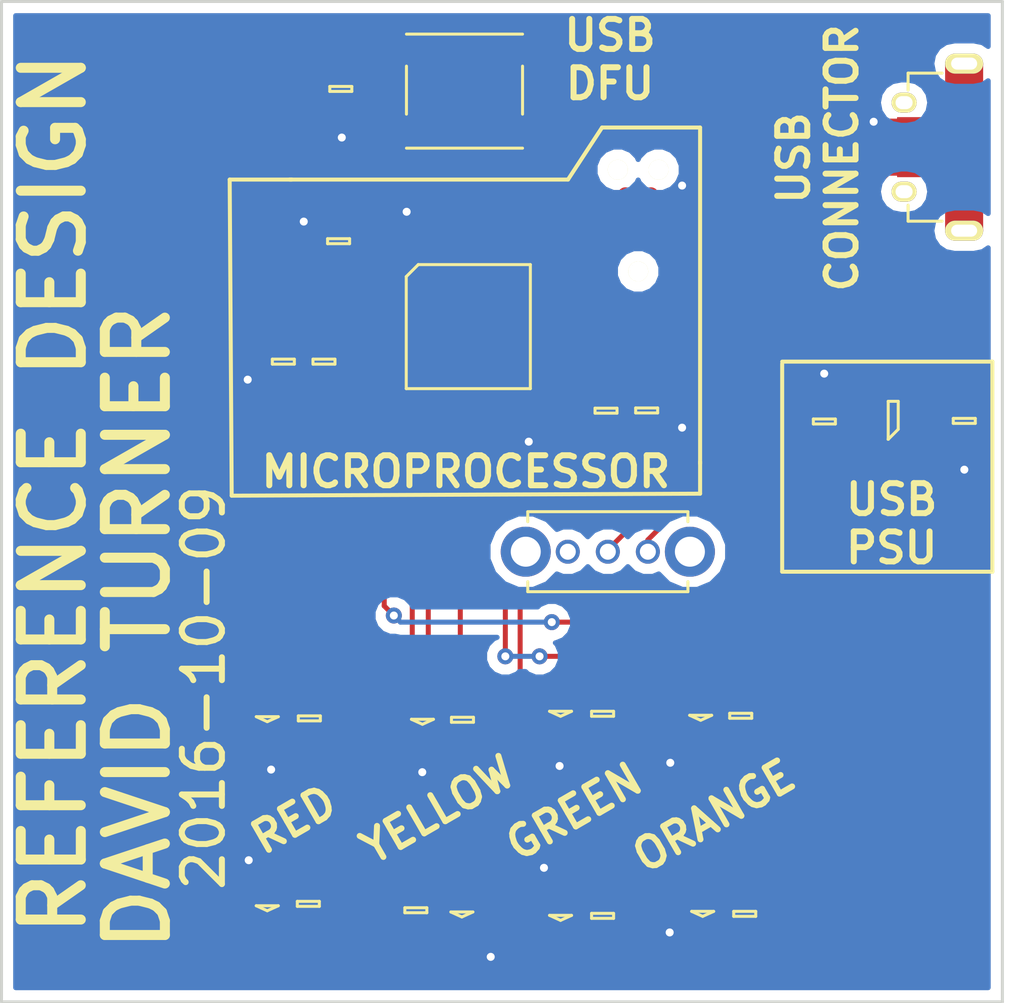
<source format=kicad_pcb>
(kicad_pcb (version 4) (host pcbnew 4.0.4-stable)

  (general
    (links 59)
    (no_connects 0)
    (area 49.924999 99.924999 102.915 150.075001)
    (thickness 1.6)
    (drawings 27)
    (tracks 219)
    (zones 0)
    (modules 30)
    (nets 26)
  )

  (page A4)
  (layers
    (0 F.Cu signal)
    (31 B.Cu signal)
    (32 B.Adhes user)
    (33 F.Adhes user)
    (34 B.Paste user)
    (35 F.Paste user)
    (36 B.SilkS user)
    (37 F.SilkS user)
    (38 B.Mask user)
    (39 F.Mask user)
    (40 Dwgs.User user)
    (41 Cmts.User user)
    (42 Eco1.User user)
    (43 Eco2.User user)
    (44 Edge.Cuts user)
    (45 Margin user)
    (46 B.CrtYd user)
    (47 F.CrtYd user)
    (48 B.Fab user)
    (49 F.Fab user)
  )

  (setup
    (last_trace_width 0.25)
    (trace_clearance 0.2)
    (zone_clearance 0.508)
    (zone_45_only no)
    (trace_min 0.2)
    (segment_width 0.2)
    (edge_width 0.15)
    (via_size 0.8)
    (via_drill 0.4)
    (via_min_size 0.8)
    (via_min_drill 0.3)
    (uvia_size 0.3)
    (uvia_drill 0.1)
    (uvias_allowed no)
    (uvia_min_size 0.2)
    (uvia_min_drill 0.1)
    (pcb_text_width 0.3)
    (pcb_text_size 1.5 1.5)
    (mod_edge_width 0.15)
    (mod_text_size 1 1)
    (mod_text_width 0.15)
    (pad_size 1.524 1.524)
    (pad_drill 0.762)
    (pad_to_mask_clearance 0.2)
    (aux_axis_origin 0 0)
    (visible_elements FFFFFF7F)
    (pcbplotparams
      (layerselection 0x00030_80000001)
      (usegerberextensions false)
      (excludeedgelayer true)
      (linewidth 0.100000)
      (plotframeref false)
      (viasonmask false)
      (mode 1)
      (useauxorigin false)
      (hpglpennumber 1)
      (hpglpenspeed 20)
      (hpglpendiameter 15)
      (hpglpenoverlay 2)
      (psnegative false)
      (psa4output false)
      (plotreference true)
      (plotvalue true)
      (plotinvisibletext false)
      (padsonsilk false)
      (subtractmaskfromsilk false)
      (outputformat 1)
      (mirror false)
      (drillshape 1)
      (scaleselection 1)
      (outputdirectory ""))
  )

  (net 0 "")
  (net 1 VCC)
  (net 2 GND)
  (net 3 /USB_DM)
  (net 4 /USB_DP)
  (net 5 /SWDIO)
  (net 6 /SWDCLK)
  (net 7 "Net-(C4-Pad1)")
  (net 8 "Net-(C7-Pad1)")
  (net 9 "Net-(D1-Pad2)")
  (net 10 "Net-(D2-Pad2)")
  (net 11 "Net-(D3-Pad2)")
  (net 12 "Net-(D4-Pad2)")
  (net 13 "Net-(D5-Pad2)")
  (net 14 "Net-(D6-Pad2)")
  (net 15 "Net-(D7-Pad2)")
  (net 16 "Net-(D8-Pad2)")
  (net 17 "Net-(IC1-Pad31)")
  (net 18 /LED1)
  (net 19 /LED2)
  (net 20 /LED3)
  (net 21 /LED4)
  (net 22 /LED5)
  (net 23 /LED6)
  (net 24 /LED7)
  (net 25 /LED8)

  (net_class Default "This is the default net class."
    (clearance 0.2)
    (trace_width 0.25)
    (via_dia 0.8)
    (via_drill 0.4)
    (uvia_dia 0.3)
    (uvia_drill 0.1)
    (add_net /LED1)
    (add_net /LED2)
    (add_net /LED3)
    (add_net /LED4)
    (add_net /LED5)
    (add_net /LED6)
    (add_net /LED7)
    (add_net /LED8)
    (add_net /SWDCLK)
    (add_net /SWDIO)
    (add_net /USB_DM)
    (add_net /USB_DP)
    (add_net GND)
    (add_net "Net-(C4-Pad1)")
    (add_net "Net-(C7-Pad1)")
    (add_net "Net-(D1-Pad2)")
    (add_net "Net-(D2-Pad2)")
    (add_net "Net-(D3-Pad2)")
    (add_net "Net-(D4-Pad2)")
    (add_net "Net-(D5-Pad2)")
    (add_net "Net-(D6-Pad2)")
    (add_net "Net-(D7-Pad2)")
    (add_net "Net-(D8-Pad2)")
    (add_net "Net-(IC1-Pad31)")
    (add_net VCC)
  )

  (module footprints:0805 (layer F.Cu) (tedit 57FAC13A) (tstamp 57FAD189)
    (at 82.23 120.44 270)
    (path /57FAC77E)
    (fp_text reference C1 (at -0.18 0.04 450) (layer F.Fab)
      (effects (font (size 1 1) (thickness 0.15)))
    )
    (fp_text value 4u7 (at 2.425 0 360) (layer F.Fab) hide
      (effects (font (size 1 1) (thickness 0.15)))
    )
    (fp_line (start -1 -0.625) (end 1 -0.625) (layer F.Fab) (width 0.01))
    (fp_line (start 1 -0.625) (end 1 0.625) (layer F.Fab) (width 0.01))
    (fp_line (start 1 0.625) (end -1 0.625) (layer F.Fab) (width 0.01))
    (fp_line (start -1 0.625) (end -1 -0.625) (layer F.Fab) (width 0.01))
    (fp_line (start -0.5 -0.625) (end -0.5 0.625) (layer F.Fab) (width 0.01))
    (fp_line (start 0.5 -0.625) (end 0.5 0.625) (layer F.Fab) (width 0.01))
    (fp_line (start -0.125 -0.55) (end 0.125 -0.55) (layer F.SilkS) (width 0.15))
    (fp_line (start 0.125 -0.55) (end 0.125 0.55) (layer F.SilkS) (width 0.15))
    (fp_line (start 0.125 0.55) (end -0.125 0.55) (layer F.SilkS) (width 0.15))
    (fp_line (start -0.125 0.55) (end -0.125 -0.55) (layer F.SilkS) (width 0.15))
    (fp_line (start -1.75 -1) (end 1.75 -1) (layer F.CrtYd) (width 0.01))
    (fp_line (start 1.75 -1) (end 1.75 1) (layer F.CrtYd) (width 0.01))
    (fp_line (start 1.75 1) (end -1.75 1) (layer F.CrtYd) (width 0.01))
    (fp_line (start -1.75 1) (end -1.75 -1) (layer F.CrtYd) (width 0.01))
    (pad 1 smd rect (at -0.9 0 270) (size 1.15 1.45) (layers F.Cu F.Paste F.Mask)
      (net 1 VCC))
    (pad 2 smd rect (at 0.9 0 270) (size 1.15 1.45) (layers F.Cu F.Paste F.Mask)
      (net 2 GND))
    (model ${KISYS3DMOD}/Resistors_SMD.3dshapes/R_0805.wrl
      (at (xyz 0 0 0))
      (scale (xyz 1 1 1))
      (rotate (xyz 0 0 0))
    )
  )

  (module footprints:0805 (layer F.Cu) (tedit 57FAC138) (tstamp 57FAD19D)
    (at 80.2 120.45 270)
    (path /57FAC8B7)
    (fp_text reference C2 (at -0.08 -0.09 450) (layer F.Fab)
      (effects (font (size 1 1) (thickness 0.15)))
    )
    (fp_text value 100n (at 2.425 0 360) (layer F.Fab) hide
      (effects (font (size 1 1) (thickness 0.15)))
    )
    (fp_line (start -1 -0.625) (end 1 -0.625) (layer F.Fab) (width 0.01))
    (fp_line (start 1 -0.625) (end 1 0.625) (layer F.Fab) (width 0.01))
    (fp_line (start 1 0.625) (end -1 0.625) (layer F.Fab) (width 0.01))
    (fp_line (start -1 0.625) (end -1 -0.625) (layer F.Fab) (width 0.01))
    (fp_line (start -0.5 -0.625) (end -0.5 0.625) (layer F.Fab) (width 0.01))
    (fp_line (start 0.5 -0.625) (end 0.5 0.625) (layer F.Fab) (width 0.01))
    (fp_line (start -0.125 -0.55) (end 0.125 -0.55) (layer F.SilkS) (width 0.15))
    (fp_line (start 0.125 -0.55) (end 0.125 0.55) (layer F.SilkS) (width 0.15))
    (fp_line (start 0.125 0.55) (end -0.125 0.55) (layer F.SilkS) (width 0.15))
    (fp_line (start -0.125 0.55) (end -0.125 -0.55) (layer F.SilkS) (width 0.15))
    (fp_line (start -1.75 -1) (end 1.75 -1) (layer F.CrtYd) (width 0.01))
    (fp_line (start 1.75 -1) (end 1.75 1) (layer F.CrtYd) (width 0.01))
    (fp_line (start 1.75 1) (end -1.75 1) (layer F.CrtYd) (width 0.01))
    (fp_line (start -1.75 1) (end -1.75 -1) (layer F.CrtYd) (width 0.01))
    (pad 1 smd rect (at -0.9 0 270) (size 1.15 1.45) (layers F.Cu F.Paste F.Mask)
      (net 1 VCC))
    (pad 2 smd rect (at 0.9 0 270) (size 1.15 1.45) (layers F.Cu F.Paste F.Mask)
      (net 2 GND))
    (model ${KISYS3DMOD}/Resistors_SMD.3dshapes/R_0805.wrl
      (at (xyz 0 0 0))
      (scale (xyz 1 1 1))
      (rotate (xyz 0 0 0))
    )
  )

  (module footprints:0805 (layer F.Cu) (tedit 57FAC152) (tstamp 57FAD1B1)
    (at 66.84 111.98 90)
    (path /57FAE453)
    (fp_text reference C3 (at 0.02 0.06 270) (layer F.Fab)
      (effects (font (size 1 1) (thickness 0.15)))
    )
    (fp_text value 100n (at 2.425 0 180) (layer F.Fab) hide
      (effects (font (size 1 1) (thickness 0.15)))
    )
    (fp_line (start -1 -0.625) (end 1 -0.625) (layer F.Fab) (width 0.01))
    (fp_line (start 1 -0.625) (end 1 0.625) (layer F.Fab) (width 0.01))
    (fp_line (start 1 0.625) (end -1 0.625) (layer F.Fab) (width 0.01))
    (fp_line (start -1 0.625) (end -1 -0.625) (layer F.Fab) (width 0.01))
    (fp_line (start -0.5 -0.625) (end -0.5 0.625) (layer F.Fab) (width 0.01))
    (fp_line (start 0.5 -0.625) (end 0.5 0.625) (layer F.Fab) (width 0.01))
    (fp_line (start -0.125 -0.55) (end 0.125 -0.55) (layer F.SilkS) (width 0.15))
    (fp_line (start 0.125 -0.55) (end 0.125 0.55) (layer F.SilkS) (width 0.15))
    (fp_line (start 0.125 0.55) (end -0.125 0.55) (layer F.SilkS) (width 0.15))
    (fp_line (start -0.125 0.55) (end -0.125 -0.55) (layer F.SilkS) (width 0.15))
    (fp_line (start -1.75 -1) (end 1.75 -1) (layer F.CrtYd) (width 0.01))
    (fp_line (start 1.75 -1) (end 1.75 1) (layer F.CrtYd) (width 0.01))
    (fp_line (start 1.75 1) (end -1.75 1) (layer F.CrtYd) (width 0.01))
    (fp_line (start -1.75 1) (end -1.75 -1) (layer F.CrtYd) (width 0.01))
    (pad 1 smd rect (at -0.9 0 90) (size 1.15 1.45) (layers F.Cu F.Paste F.Mask)
      (net 1 VCC))
    (pad 2 smd rect (at 0.9 0 90) (size 1.15 1.45) (layers F.Cu F.Paste F.Mask)
      (net 2 GND))
    (model ${KISYS3DMOD}/Resistors_SMD.3dshapes/R_0805.wrl
      (at (xyz 0 0 0))
      (scale (xyz 1 1 1))
      (rotate (xyz 0 0 0))
    )
  )

  (module footprints:0805 (layer F.Cu) (tedit 57FAC1FC) (tstamp 57FAD1C5)
    (at 98.097242 120.962034 270)
    (path /57FAD194)
    (fp_text reference C4 (at 0.07 0.1 450) (layer F.Fab)
      (effects (font (size 1 1) (thickness 0.15)))
    )
    (fp_text value 1u (at 2.425 0 360) (layer F.Fab) hide
      (effects (font (size 1 1) (thickness 0.15)))
    )
    (fp_line (start -1 -0.625) (end 1 -0.625) (layer F.Fab) (width 0.01))
    (fp_line (start 1 -0.625) (end 1 0.625) (layer F.Fab) (width 0.01))
    (fp_line (start 1 0.625) (end -1 0.625) (layer F.Fab) (width 0.01))
    (fp_line (start -1 0.625) (end -1 -0.625) (layer F.Fab) (width 0.01))
    (fp_line (start -0.5 -0.625) (end -0.5 0.625) (layer F.Fab) (width 0.01))
    (fp_line (start 0.5 -0.625) (end 0.5 0.625) (layer F.Fab) (width 0.01))
    (fp_line (start -0.125 -0.55) (end 0.125 -0.55) (layer F.SilkS) (width 0.15))
    (fp_line (start 0.125 -0.55) (end 0.125 0.55) (layer F.SilkS) (width 0.15))
    (fp_line (start 0.125 0.55) (end -0.125 0.55) (layer F.SilkS) (width 0.15))
    (fp_line (start -0.125 0.55) (end -0.125 -0.55) (layer F.SilkS) (width 0.15))
    (fp_line (start -1.75 -1) (end 1.75 -1) (layer F.CrtYd) (width 0.01))
    (fp_line (start 1.75 -1) (end 1.75 1) (layer F.CrtYd) (width 0.01))
    (fp_line (start 1.75 1) (end -1.75 1) (layer F.CrtYd) (width 0.01))
    (fp_line (start -1.75 1) (end -1.75 -1) (layer F.CrtYd) (width 0.01))
    (pad 1 smd rect (at -0.9 0 270) (size 1.15 1.45) (layers F.Cu F.Paste F.Mask)
      (net 7 "Net-(C4-Pad1)"))
    (pad 2 smd rect (at 0.9 0 270) (size 1.15 1.45) (layers F.Cu F.Paste F.Mask)
      (net 2 GND))
    (model ${KISYS3DMOD}/Resistors_SMD.3dshapes/R_0805.wrl
      (at (xyz 0 0 0))
      (scale (xyz 1 1 1))
      (rotate (xyz 0 0 0))
    )
  )

  (module footprints:0805 (layer F.Cu) (tedit 57FAC146) (tstamp 57FAD1D9)
    (at 64.08 118 270)
    (path /57FAF017)
    (fp_text reference C5 (at -0.1 -0.09 450) (layer F.Fab)
      (effects (font (size 1 1) (thickness 0.15)))
    )
    (fp_text value 1u (at 2.425 0 360) (layer F.Fab) hide
      (effects (font (size 1 1) (thickness 0.15)))
    )
    (fp_line (start -1 -0.625) (end 1 -0.625) (layer F.Fab) (width 0.01))
    (fp_line (start 1 -0.625) (end 1 0.625) (layer F.Fab) (width 0.01))
    (fp_line (start 1 0.625) (end -1 0.625) (layer F.Fab) (width 0.01))
    (fp_line (start -1 0.625) (end -1 -0.625) (layer F.Fab) (width 0.01))
    (fp_line (start -0.5 -0.625) (end -0.5 0.625) (layer F.Fab) (width 0.01))
    (fp_line (start 0.5 -0.625) (end 0.5 0.625) (layer F.Fab) (width 0.01))
    (fp_line (start -0.125 -0.55) (end 0.125 -0.55) (layer F.SilkS) (width 0.15))
    (fp_line (start 0.125 -0.55) (end 0.125 0.55) (layer F.SilkS) (width 0.15))
    (fp_line (start 0.125 0.55) (end -0.125 0.55) (layer F.SilkS) (width 0.15))
    (fp_line (start -0.125 0.55) (end -0.125 -0.55) (layer F.SilkS) (width 0.15))
    (fp_line (start -1.75 -1) (end 1.75 -1) (layer F.CrtYd) (width 0.01))
    (fp_line (start 1.75 -1) (end 1.75 1) (layer F.CrtYd) (width 0.01))
    (fp_line (start 1.75 1) (end -1.75 1) (layer F.CrtYd) (width 0.01))
    (fp_line (start -1.75 1) (end -1.75 -1) (layer F.CrtYd) (width 0.01))
    (pad 1 smd rect (at -0.9 0 270) (size 1.15 1.45) (layers F.Cu F.Paste F.Mask)
      (net 1 VCC))
    (pad 2 smd rect (at 0.9 0 270) (size 1.15 1.45) (layers F.Cu F.Paste F.Mask)
      (net 2 GND))
    (model ${KISYS3DMOD}/Resistors_SMD.3dshapes/R_0805.wrl
      (at (xyz 0 0 0))
      (scale (xyz 1 1 1))
      (rotate (xyz 0 0 0))
    )
  )

  (module footprints:0805 (layer F.Cu) (tedit 57FAC149) (tstamp 57FAD1ED)
    (at 66.11 118 270)
    (path /57FAD751)
    (fp_text reference C6 (at -0.19 0.08 450) (layer F.Fab)
      (effects (font (size 1 1) (thickness 0.15)))
    )
    (fp_text value 10n (at 2.425 0 360) (layer F.Fab) hide
      (effects (font (size 1 1) (thickness 0.15)))
    )
    (fp_line (start -1 -0.625) (end 1 -0.625) (layer F.Fab) (width 0.01))
    (fp_line (start 1 -0.625) (end 1 0.625) (layer F.Fab) (width 0.01))
    (fp_line (start 1 0.625) (end -1 0.625) (layer F.Fab) (width 0.01))
    (fp_line (start -1 0.625) (end -1 -0.625) (layer F.Fab) (width 0.01))
    (fp_line (start -0.5 -0.625) (end -0.5 0.625) (layer F.Fab) (width 0.01))
    (fp_line (start 0.5 -0.625) (end 0.5 0.625) (layer F.Fab) (width 0.01))
    (fp_line (start -0.125 -0.55) (end 0.125 -0.55) (layer F.SilkS) (width 0.15))
    (fp_line (start 0.125 -0.55) (end 0.125 0.55) (layer F.SilkS) (width 0.15))
    (fp_line (start 0.125 0.55) (end -0.125 0.55) (layer F.SilkS) (width 0.15))
    (fp_line (start -0.125 0.55) (end -0.125 -0.55) (layer F.SilkS) (width 0.15))
    (fp_line (start -1.75 -1) (end 1.75 -1) (layer F.CrtYd) (width 0.01))
    (fp_line (start 1.75 -1) (end 1.75 1) (layer F.CrtYd) (width 0.01))
    (fp_line (start 1.75 1) (end -1.75 1) (layer F.CrtYd) (width 0.01))
    (fp_line (start -1.75 1) (end -1.75 -1) (layer F.CrtYd) (width 0.01))
    (pad 1 smd rect (at -0.9 0 270) (size 1.15 1.45) (layers F.Cu F.Paste F.Mask)
      (net 1 VCC))
    (pad 2 smd rect (at 0.9 0 270) (size 1.15 1.45) (layers F.Cu F.Paste F.Mask)
      (net 2 GND))
    (model ${KISYS3DMOD}/Resistors_SMD.3dshapes/R_0805.wrl
      (at (xyz 0 0 0))
      (scale (xyz 1 1 1))
      (rotate (xyz 0 0 0))
    )
  )

  (module footprints:0805 (layer F.Cu) (tedit 57FAC25A) (tstamp 57FAD201)
    (at 91.107242 120.992034 90)
    (path /57FAEF93)
    (fp_text reference C7 (at -0.13 -0.01 270) (layer F.Fab)
      (effects (font (size 1 1) (thickness 0.15)))
    )
    (fp_text value 1u (at 2.425 0 180) (layer F.Fab) hide
      (effects (font (size 1 1) (thickness 0.15)))
    )
    (fp_line (start -1 -0.625) (end 1 -0.625) (layer F.Fab) (width 0.01))
    (fp_line (start 1 -0.625) (end 1 0.625) (layer F.Fab) (width 0.01))
    (fp_line (start 1 0.625) (end -1 0.625) (layer F.Fab) (width 0.01))
    (fp_line (start -1 0.625) (end -1 -0.625) (layer F.Fab) (width 0.01))
    (fp_line (start -0.5 -0.625) (end -0.5 0.625) (layer F.Fab) (width 0.01))
    (fp_line (start 0.5 -0.625) (end 0.5 0.625) (layer F.Fab) (width 0.01))
    (fp_line (start -0.125 -0.55) (end 0.125 -0.55) (layer F.SilkS) (width 0.15))
    (fp_line (start 0.125 -0.55) (end 0.125 0.55) (layer F.SilkS) (width 0.15))
    (fp_line (start 0.125 0.55) (end -0.125 0.55) (layer F.SilkS) (width 0.15))
    (fp_line (start -0.125 0.55) (end -0.125 -0.55) (layer F.SilkS) (width 0.15))
    (fp_line (start -1.75 -1) (end 1.75 -1) (layer F.CrtYd) (width 0.01))
    (fp_line (start 1.75 -1) (end 1.75 1) (layer F.CrtYd) (width 0.01))
    (fp_line (start 1.75 1) (end -1.75 1) (layer F.CrtYd) (width 0.01))
    (fp_line (start -1.75 1) (end -1.75 -1) (layer F.CrtYd) (width 0.01))
    (pad 1 smd rect (at -0.9 0 90) (size 1.15 1.45) (layers F.Cu F.Paste F.Mask)
      (net 8 "Net-(C7-Pad1)"))
    (pad 2 smd rect (at 0.9 0 90) (size 1.15 1.45) (layers F.Cu F.Paste F.Mask)
      (net 2 GND))
    (model ${KISYS3DMOD}/Resistors_SMD.3dshapes/R_0805.wrl
      (at (xyz 0 0 0))
      (scale (xyz 1 1 1))
      (rotate (xyz 0 0 0))
    )
  )

  (module footprints:0805-LED (layer F.Cu) (tedit 57FAC38C) (tstamp 57FAD215)
    (at 63.276377 145.320949 90)
    (path /57FA851E)
    (fp_text reference D1 (at -2.425 0 180) (layer F.Fab) hide
      (effects (font (size 1 1) (thickness 0.15)))
    )
    (fp_text value RED (at 0.06 -0.028572 270) (layer F.Fab)
      (effects (font (size 1 1) (thickness 0.15)))
    )
    (fp_line (start -1 -0.625) (end 1 -0.625) (layer F.Fab) (width 0.01))
    (fp_line (start 1 -0.625) (end 1 0.625) (layer F.Fab) (width 0.01))
    (fp_line (start 1 0.625) (end -1 0.625) (layer F.Fab) (width 0.01))
    (fp_line (start -1 0.625) (end -1 -0.625) (layer F.Fab) (width 0.01))
    (fp_line (start -0.5 -0.625) (end -0.5 0.625) (layer F.Fab) (width 0.01))
    (fp_line (start -0.5 -0.625) (end -0.5 0.625) (layer F.Fab) (width 0.01))
    (fp_line (start 0.5 -0.625) (end 0.5 0.625) (layer F.Fab) (width 0.01))
    (fp_line (start -0.125 0) (end 0.125 -0.55) (layer F.SilkS) (width 0.15))
    (fp_line (start -0.125 0) (end 0.125 0.55) (layer F.SilkS) (width 0.15))
    (fp_line (start 0.125 -0.55) (end 0.125 0.55) (layer F.SilkS) (width 0.15))
    (fp_line (start -1.75 -1) (end 1.75 -1) (layer F.CrtYd) (width 0.01))
    (fp_line (start 1.75 -1) (end 1.75 1) (layer F.CrtYd) (width 0.01))
    (fp_line (start 1.75 1) (end -1.75 1) (layer F.CrtYd) (width 0.01))
    (fp_line (start -1.75 1) (end -1.75 -1) (layer F.CrtYd) (width 0.01))
    (pad 1 smd rect (at -0.9 0 90) (size 1.15 1.45) (layers F.Cu F.Paste F.Mask)
      (net 2 GND))
    (pad 2 smd rect (at 0.9 0 90) (size 1.15 1.45) (layers F.Cu F.Paste F.Mask)
      (net 9 "Net-(D1-Pad2)"))
    (model ${KISYS3DMOD}/LEDs.3dshapes/LED_0805.wrl
      (at (xyz -0.006 0 0))
      (scale (xyz 1 1 1))
      (rotate (xyz 0 0 0))
    )
  )

  (module footprints:0805-LED (layer F.Cu) (tedit 57FAC372) (tstamp 57FAD229)
    (at 63.278377 135.870949 90)
    (path /57FABB92)
    (fp_text reference D2 (at -2.425 0 180) (layer F.Fab) hide
      (effects (font (size 1 1) (thickness 0.15)))
    )
    (fp_text value RED (at 0.16 0.101428 270) (layer F.Fab)
      (effects (font (size 1 1) (thickness 0.15)))
    )
    (fp_line (start -1 -0.625) (end 1 -0.625) (layer F.Fab) (width 0.01))
    (fp_line (start 1 -0.625) (end 1 0.625) (layer F.Fab) (width 0.01))
    (fp_line (start 1 0.625) (end -1 0.625) (layer F.Fab) (width 0.01))
    (fp_line (start -1 0.625) (end -1 -0.625) (layer F.Fab) (width 0.01))
    (fp_line (start -0.5 -0.625) (end -0.5 0.625) (layer F.Fab) (width 0.01))
    (fp_line (start -0.5 -0.625) (end -0.5 0.625) (layer F.Fab) (width 0.01))
    (fp_line (start 0.5 -0.625) (end 0.5 0.625) (layer F.Fab) (width 0.01))
    (fp_line (start -0.125 0) (end 0.125 -0.55) (layer F.SilkS) (width 0.15))
    (fp_line (start -0.125 0) (end 0.125 0.55) (layer F.SilkS) (width 0.15))
    (fp_line (start 0.125 -0.55) (end 0.125 0.55) (layer F.SilkS) (width 0.15))
    (fp_line (start -1.75 -1) (end 1.75 -1) (layer F.CrtYd) (width 0.01))
    (fp_line (start 1.75 -1) (end 1.75 1) (layer F.CrtYd) (width 0.01))
    (fp_line (start 1.75 1) (end -1.75 1) (layer F.CrtYd) (width 0.01))
    (fp_line (start -1.75 1) (end -1.75 -1) (layer F.CrtYd) (width 0.01))
    (pad 1 smd rect (at -0.9 0 90) (size 1.15 1.45) (layers F.Cu F.Paste F.Mask)
      (net 2 GND))
    (pad 2 smd rect (at 0.9 0 90) (size 1.15 1.45) (layers F.Cu F.Paste F.Mask)
      (net 10 "Net-(D2-Pad2)"))
    (model ${KISYS3DMOD}/LEDs.3dshapes/LED_0805.wrl
      (at (xyz -0.006 0 0))
      (scale (xyz 1 1 1))
      (rotate (xyz 0 0 0))
    )
  )

  (module footprints:0805-LED (layer F.Cu) (tedit 57FAC3CD) (tstamp 57FAD23D)
    (at 84.928377 135.800949 90)
    (path /57FA8829)
    (fp_text reference D3 (at -2.425 0 180) (layer F.Fab) hide
      (effects (font (size 1 1) (thickness 0.15)))
    )
    (fp_text value ORANGE (at 0.26 0.171428 270) (layer F.Fab)
      (effects (font (size 1 1) (thickness 0.15)))
    )
    (fp_line (start -1 -0.625) (end 1 -0.625) (layer F.Fab) (width 0.01))
    (fp_line (start 1 -0.625) (end 1 0.625) (layer F.Fab) (width 0.01))
    (fp_line (start 1 0.625) (end -1 0.625) (layer F.Fab) (width 0.01))
    (fp_line (start -1 0.625) (end -1 -0.625) (layer F.Fab) (width 0.01))
    (fp_line (start -0.5 -0.625) (end -0.5 0.625) (layer F.Fab) (width 0.01))
    (fp_line (start -0.5 -0.625) (end -0.5 0.625) (layer F.Fab) (width 0.01))
    (fp_line (start 0.5 -0.625) (end 0.5 0.625) (layer F.Fab) (width 0.01))
    (fp_line (start -0.125 0) (end 0.125 -0.55) (layer F.SilkS) (width 0.15))
    (fp_line (start -0.125 0) (end 0.125 0.55) (layer F.SilkS) (width 0.15))
    (fp_line (start 0.125 -0.55) (end 0.125 0.55) (layer F.SilkS) (width 0.15))
    (fp_line (start -1.75 -1) (end 1.75 -1) (layer F.CrtYd) (width 0.01))
    (fp_line (start 1.75 -1) (end 1.75 1) (layer F.CrtYd) (width 0.01))
    (fp_line (start 1.75 1) (end -1.75 1) (layer F.CrtYd) (width 0.01))
    (fp_line (start -1.75 1) (end -1.75 -1) (layer F.CrtYd) (width 0.01))
    (pad 1 smd rect (at -0.9 0 90) (size 1.15 1.45) (layers F.Cu F.Paste F.Mask)
      (net 2 GND))
    (pad 2 smd rect (at 0.9 0 90) (size 1.15 1.45) (layers F.Cu F.Paste F.Mask)
      (net 11 "Net-(D3-Pad2)"))
    (model ${KISYS3DMOD}/LEDs.3dshapes/LED_0805.wrl
      (at (xyz -0.006 0 0))
      (scale (xyz 1 1 1))
      (rotate (xyz 0 0 0))
    )
  )

  (module footprints:0805-LED (layer F.Cu) (tedit 57FAC3B2) (tstamp 57FAD251)
    (at 85.028377 145.600949 90)
    (path /57FABBE8)
    (fp_text reference D4 (at -2.425 0 180) (layer F.Fab) hide
      (effects (font (size 1 1) (thickness 0.15)))
    )
    (fp_text value ORANGE (at 0.3 0 270) (layer F.Fab)
      (effects (font (size 1 1) (thickness 0.15)))
    )
    (fp_line (start -1 -0.625) (end 1 -0.625) (layer F.Fab) (width 0.01))
    (fp_line (start 1 -0.625) (end 1 0.625) (layer F.Fab) (width 0.01))
    (fp_line (start 1 0.625) (end -1 0.625) (layer F.Fab) (width 0.01))
    (fp_line (start -1 0.625) (end -1 -0.625) (layer F.Fab) (width 0.01))
    (fp_line (start -0.5 -0.625) (end -0.5 0.625) (layer F.Fab) (width 0.01))
    (fp_line (start -0.5 -0.625) (end -0.5 0.625) (layer F.Fab) (width 0.01))
    (fp_line (start 0.5 -0.625) (end 0.5 0.625) (layer F.Fab) (width 0.01))
    (fp_line (start -0.125 0) (end 0.125 -0.55) (layer F.SilkS) (width 0.15))
    (fp_line (start -0.125 0) (end 0.125 0.55) (layer F.SilkS) (width 0.15))
    (fp_line (start 0.125 -0.55) (end 0.125 0.55) (layer F.SilkS) (width 0.15))
    (fp_line (start -1.75 -1) (end 1.75 -1) (layer F.CrtYd) (width 0.01))
    (fp_line (start 1.75 -1) (end 1.75 1) (layer F.CrtYd) (width 0.01))
    (fp_line (start 1.75 1) (end -1.75 1) (layer F.CrtYd) (width 0.01))
    (fp_line (start -1.75 1) (end -1.75 -1) (layer F.CrtYd) (width 0.01))
    (pad 1 smd rect (at -0.9 0 90) (size 1.15 1.45) (layers F.Cu F.Paste F.Mask)
      (net 2 GND))
    (pad 2 smd rect (at 0.9 0 90) (size 1.15 1.45) (layers F.Cu F.Paste F.Mask)
      (net 12 "Net-(D4-Pad2)"))
    (model ${KISYS3DMOD}/LEDs.3dshapes/LED_0805.wrl
      (at (xyz -0.006 0 0))
      (scale (xyz 1 1 1))
      (rotate (xyz 0 0 0))
    )
  )

  (module footprints:0805-LED (layer F.Cu) (tedit 57FAC355) (tstamp 57FAD265)
    (at 72.998377 145.630949 90)
    (path /57FA88AB)
    (fp_text reference D5 (at -2.425 0 180) (layer F.Fab) hide
      (effects (font (size 1 1) (thickness 0.15)))
    )
    (fp_text value YELLOW (at 0.39 0.064285 270) (layer F.Fab)
      (effects (font (size 1 1) (thickness 0.15)))
    )
    (fp_line (start -1 -0.625) (end 1 -0.625) (layer F.Fab) (width 0.01))
    (fp_line (start 1 -0.625) (end 1 0.625) (layer F.Fab) (width 0.01))
    (fp_line (start 1 0.625) (end -1 0.625) (layer F.Fab) (width 0.01))
    (fp_line (start -1 0.625) (end -1 -0.625) (layer F.Fab) (width 0.01))
    (fp_line (start -0.5 -0.625) (end -0.5 0.625) (layer F.Fab) (width 0.01))
    (fp_line (start -0.5 -0.625) (end -0.5 0.625) (layer F.Fab) (width 0.01))
    (fp_line (start 0.5 -0.625) (end 0.5 0.625) (layer F.Fab) (width 0.01))
    (fp_line (start -0.125 0) (end 0.125 -0.55) (layer F.SilkS) (width 0.15))
    (fp_line (start -0.125 0) (end 0.125 0.55) (layer F.SilkS) (width 0.15))
    (fp_line (start 0.125 -0.55) (end 0.125 0.55) (layer F.SilkS) (width 0.15))
    (fp_line (start -1.75 -1) (end 1.75 -1) (layer F.CrtYd) (width 0.01))
    (fp_line (start 1.75 -1) (end 1.75 1) (layer F.CrtYd) (width 0.01))
    (fp_line (start 1.75 1) (end -1.75 1) (layer F.CrtYd) (width 0.01))
    (fp_line (start -1.75 1) (end -1.75 -1) (layer F.CrtYd) (width 0.01))
    (pad 1 smd rect (at -0.9 0 90) (size 1.15 1.45) (layers F.Cu F.Paste F.Mask)
      (net 2 GND))
    (pad 2 smd rect (at 0.9 0 90) (size 1.15 1.45) (layers F.Cu F.Paste F.Mask)
      (net 13 "Net-(D5-Pad2)"))
    (model ${KISYS3DMOD}/LEDs.3dshapes/LED_0805.wrl
      (at (xyz -0.006 0 0))
      (scale (xyz 1 1 1))
      (rotate (xyz 0 0 0))
    )
  )

  (module footprints:0805-LED (layer F.Cu) (tedit 57FAC3EA) (tstamp 57FAD279)
    (at 71.028377 136.000949 90)
    (path /57FABC9C)
    (fp_text reference D6 (at -2.425 0 180) (layer F.Fab) hide
      (effects (font (size 1 1) (thickness 0.15)))
    )
    (fp_text value YELLOW (at 0.2 -0.1 270) (layer F.Fab)
      (effects (font (size 1 1) (thickness 0.15)))
    )
    (fp_line (start -1 -0.625) (end 1 -0.625) (layer F.Fab) (width 0.01))
    (fp_line (start 1 -0.625) (end 1 0.625) (layer F.Fab) (width 0.01))
    (fp_line (start 1 0.625) (end -1 0.625) (layer F.Fab) (width 0.01))
    (fp_line (start -1 0.625) (end -1 -0.625) (layer F.Fab) (width 0.01))
    (fp_line (start -0.5 -0.625) (end -0.5 0.625) (layer F.Fab) (width 0.01))
    (fp_line (start -0.5 -0.625) (end -0.5 0.625) (layer F.Fab) (width 0.01))
    (fp_line (start 0.5 -0.625) (end 0.5 0.625) (layer F.Fab) (width 0.01))
    (fp_line (start -0.125 0) (end 0.125 -0.55) (layer F.SilkS) (width 0.15))
    (fp_line (start -0.125 0) (end 0.125 0.55) (layer F.SilkS) (width 0.15))
    (fp_line (start 0.125 -0.55) (end 0.125 0.55) (layer F.SilkS) (width 0.15))
    (fp_line (start -1.75 -1) (end 1.75 -1) (layer F.CrtYd) (width 0.01))
    (fp_line (start 1.75 -1) (end 1.75 1) (layer F.CrtYd) (width 0.01))
    (fp_line (start 1.75 1) (end -1.75 1) (layer F.CrtYd) (width 0.01))
    (fp_line (start -1.75 1) (end -1.75 -1) (layer F.CrtYd) (width 0.01))
    (pad 1 smd rect (at -0.9 0 90) (size 1.15 1.45) (layers F.Cu F.Paste F.Mask)
      (net 2 GND))
    (pad 2 smd rect (at 0.9 0 90) (size 1.15 1.45) (layers F.Cu F.Paste F.Mask)
      (net 14 "Net-(D6-Pad2)"))
    (model ${KISYS3DMOD}/LEDs.3dshapes/LED_0805.wrl
      (at (xyz -0.006 0 0))
      (scale (xyz 1 1 1))
      (rotate (xyz 0 0 0))
    )
  )

  (module footprints:0805-LED (layer F.Cu) (tedit 57FAC3F9) (tstamp 57FAD28D)
    (at 77.928377 135.600949 90)
    (path /57FA8A00)
    (fp_text reference D7 (at -2.425 0 180) (layer F.Fab) hide
      (effects (font (size 1 1) (thickness 0.15)))
    )
    (fp_text value GREEN (at 0.06 0 270) (layer F.Fab)
      (effects (font (size 1 1) (thickness 0.15)))
    )
    (fp_line (start -1 -0.625) (end 1 -0.625) (layer F.Fab) (width 0.01))
    (fp_line (start 1 -0.625) (end 1 0.625) (layer F.Fab) (width 0.01))
    (fp_line (start 1 0.625) (end -1 0.625) (layer F.Fab) (width 0.01))
    (fp_line (start -1 0.625) (end -1 -0.625) (layer F.Fab) (width 0.01))
    (fp_line (start -0.5 -0.625) (end -0.5 0.625) (layer F.Fab) (width 0.01))
    (fp_line (start -0.5 -0.625) (end -0.5 0.625) (layer F.Fab) (width 0.01))
    (fp_line (start 0.5 -0.625) (end 0.5 0.625) (layer F.Fab) (width 0.01))
    (fp_line (start -0.125 0) (end 0.125 -0.55) (layer F.SilkS) (width 0.15))
    (fp_line (start -0.125 0) (end 0.125 0.55) (layer F.SilkS) (width 0.15))
    (fp_line (start 0.125 -0.55) (end 0.125 0.55) (layer F.SilkS) (width 0.15))
    (fp_line (start -1.75 -1) (end 1.75 -1) (layer F.CrtYd) (width 0.01))
    (fp_line (start 1.75 -1) (end 1.75 1) (layer F.CrtYd) (width 0.01))
    (fp_line (start 1.75 1) (end -1.75 1) (layer F.CrtYd) (width 0.01))
    (fp_line (start -1.75 1) (end -1.75 -1) (layer F.CrtYd) (width 0.01))
    (pad 1 smd rect (at -0.9 0 90) (size 1.15 1.45) (layers F.Cu F.Paste F.Mask)
      (net 2 GND))
    (pad 2 smd rect (at 0.9 0 90) (size 1.15 1.45) (layers F.Cu F.Paste F.Mask)
      (net 15 "Net-(D7-Pad2)"))
    (model ${KISYS3DMOD}/LEDs.3dshapes/LED_0805.wrl
      (at (xyz -0.006 0 0))
      (scale (xyz 1 1 1))
      (rotate (xyz 0 0 0))
    )
  )

  (module footprints:0805-LED (layer F.Cu) (tedit 57FAC413) (tstamp 57FAD2A1)
    (at 77.928377 145.800949 90)
    (path /57FABD56)
    (fp_text reference D8 (at -2.425 0 180) (layer F.Fab) hide
      (effects (font (size 1 1) (thickness 0.15)))
    )
    (fp_text value GREEN (at 0.1 0.1 270) (layer F.Fab)
      (effects (font (size 1 1) (thickness 0.15)))
    )
    (fp_line (start -1 -0.625) (end 1 -0.625) (layer F.Fab) (width 0.01))
    (fp_line (start 1 -0.625) (end 1 0.625) (layer F.Fab) (width 0.01))
    (fp_line (start 1 0.625) (end -1 0.625) (layer F.Fab) (width 0.01))
    (fp_line (start -1 0.625) (end -1 -0.625) (layer F.Fab) (width 0.01))
    (fp_line (start -0.5 -0.625) (end -0.5 0.625) (layer F.Fab) (width 0.01))
    (fp_line (start -0.5 -0.625) (end -0.5 0.625) (layer F.Fab) (width 0.01))
    (fp_line (start 0.5 -0.625) (end 0.5 0.625) (layer F.Fab) (width 0.01))
    (fp_line (start -0.125 0) (end 0.125 -0.55) (layer F.SilkS) (width 0.15))
    (fp_line (start -0.125 0) (end 0.125 0.55) (layer F.SilkS) (width 0.15))
    (fp_line (start 0.125 -0.55) (end 0.125 0.55) (layer F.SilkS) (width 0.15))
    (fp_line (start -1.75 -1) (end 1.75 -1) (layer F.CrtYd) (width 0.01))
    (fp_line (start 1.75 -1) (end 1.75 1) (layer F.CrtYd) (width 0.01))
    (fp_line (start 1.75 1) (end -1.75 1) (layer F.CrtYd) (width 0.01))
    (fp_line (start -1.75 1) (end -1.75 -1) (layer F.CrtYd) (width 0.01))
    (pad 1 smd rect (at -0.9 0 90) (size 1.15 1.45) (layers F.Cu F.Paste F.Mask)
      (net 2 GND))
    (pad 2 smd rect (at 0.9 0 90) (size 1.15 1.45) (layers F.Cu F.Paste F.Mask)
      (net 16 "Net-(D8-Pad2)"))
    (model ${KISYS3DMOD}/LEDs.3dshapes/LED_0805.wrl
      (at (xyz -0.006 0 0))
      (scale (xyz 1 1 1))
      (rotate (xyz 0 0 0))
    )
  )

  (module footprints:LQFP-32 (layer F.Cu) (tedit 57FAC132) (tstamp 57FAD333)
    (at 73.32 116.25)
    (path /57FA8444)
    (fp_text reference IC1 (at 0.28 -0.07) (layer F.Fab)
      (effects (font (size 1 1) (thickness 0.15)))
    )
    (fp_text value STM32F042K6T7 (at 0 5.75) (layer F.Fab) hide
      (effects (font (size 1 1) (thickness 0.15)))
    )
    (fp_line (start -3.6 -3.6) (end 3.6 -3.6) (layer F.Fab) (width 0.01))
    (fp_line (start 3.6 -3.6) (end 3.6 3.6) (layer F.Fab) (width 0.01))
    (fp_line (start 3.6 3.6) (end -3.6 3.6) (layer F.Fab) (width 0.01))
    (fp_line (start -3.6 3.6) (end -3.6 -3.6) (layer F.Fab) (width 0.01))
    (fp_circle (center -2.8 -2.8) (end -2.8 -2.4) (layer F.Fab) (width 0.01))
    (fp_line (start -4.6 -3) (end -3.6 -3) (layer F.Fab) (width 0.01))
    (fp_line (start -3.6 -2.6) (end -4.6 -2.6) (layer F.Fab) (width 0.01))
    (fp_line (start -4.6 -2.6) (end -4.6 -3) (layer F.Fab) (width 0.01))
    (fp_line (start -4.6 -2.2) (end -3.6 -2.2) (layer F.Fab) (width 0.01))
    (fp_line (start -3.6 -1.8) (end -4.6 -1.8) (layer F.Fab) (width 0.01))
    (fp_line (start -4.6 -1.8) (end -4.6 -2.2) (layer F.Fab) (width 0.01))
    (fp_line (start -4.6 -1.4) (end -3.6 -1.4) (layer F.Fab) (width 0.01))
    (fp_line (start -3.6 -1) (end -4.6 -1) (layer F.Fab) (width 0.01))
    (fp_line (start -4.6 -1) (end -4.6 -1.4) (layer F.Fab) (width 0.01))
    (fp_line (start -4.6 -0.6) (end -3.6 -0.6) (layer F.Fab) (width 0.01))
    (fp_line (start -3.6 -0.2) (end -4.6 -0.2) (layer F.Fab) (width 0.01))
    (fp_line (start -4.6 -0.2) (end -4.6 -0.6) (layer F.Fab) (width 0.01))
    (fp_line (start -4.6 0.2) (end -3.6 0.2) (layer F.Fab) (width 0.01))
    (fp_line (start -3.6 0.6) (end -4.6 0.6) (layer F.Fab) (width 0.01))
    (fp_line (start -4.6 0.6) (end -4.6 0.2) (layer F.Fab) (width 0.01))
    (fp_line (start -4.6 1) (end -3.6 1) (layer F.Fab) (width 0.01))
    (fp_line (start -3.6 1.4) (end -4.6 1.4) (layer F.Fab) (width 0.01))
    (fp_line (start -4.6 1.4) (end -4.6 1) (layer F.Fab) (width 0.01))
    (fp_line (start -4.6 1.8) (end -3.6 1.8) (layer F.Fab) (width 0.01))
    (fp_line (start -3.6 2.2) (end -4.6 2.2) (layer F.Fab) (width 0.01))
    (fp_line (start -4.6 2.2) (end -4.6 1.8) (layer F.Fab) (width 0.01))
    (fp_line (start -4.6 2.6) (end -3.6 2.6) (layer F.Fab) (width 0.01))
    (fp_line (start -3.6 3) (end -4.6 3) (layer F.Fab) (width 0.01))
    (fp_line (start -4.6 3) (end -4.6 2.6) (layer F.Fab) (width 0.01))
    (fp_line (start 3.6 2.6) (end 4.6 2.6) (layer F.Fab) (width 0.01))
    (fp_line (start 4.6 2.6) (end 4.6 3) (layer F.Fab) (width 0.01))
    (fp_line (start 4.6 3) (end 3.6 3) (layer F.Fab) (width 0.01))
    (fp_line (start 3.6 1.8) (end 4.6 1.8) (layer F.Fab) (width 0.01))
    (fp_line (start 4.6 1.8) (end 4.6 2.2) (layer F.Fab) (width 0.01))
    (fp_line (start 4.6 2.2) (end 3.6 2.2) (layer F.Fab) (width 0.01))
    (fp_line (start 3.6 1) (end 4.6 1) (layer F.Fab) (width 0.01))
    (fp_line (start 4.6 1) (end 4.6 1.4) (layer F.Fab) (width 0.01))
    (fp_line (start 4.6 1.4) (end 3.6 1.4) (layer F.Fab) (width 0.01))
    (fp_line (start 3.6 0.2) (end 4.6 0.2) (layer F.Fab) (width 0.01))
    (fp_line (start 4.6 0.2) (end 4.6 0.6) (layer F.Fab) (width 0.01))
    (fp_line (start 4.6 0.6) (end 3.6 0.6) (layer F.Fab) (width 0.01))
    (fp_line (start 3.6 -0.6) (end 4.6 -0.6) (layer F.Fab) (width 0.01))
    (fp_line (start 4.6 -0.6) (end 4.6 -0.2) (layer F.Fab) (width 0.01))
    (fp_line (start 4.6 -0.2) (end 3.6 -0.2) (layer F.Fab) (width 0.01))
    (fp_line (start 3.6 -1.4) (end 4.6 -1.4) (layer F.Fab) (width 0.01))
    (fp_line (start 4.6 -1.4) (end 4.6 -1) (layer F.Fab) (width 0.01))
    (fp_line (start 4.6 -1) (end 3.6 -1) (layer F.Fab) (width 0.01))
    (fp_line (start 3.6 -2.2) (end 4.6 -2.2) (layer F.Fab) (width 0.01))
    (fp_line (start 4.6 -2.2) (end 4.6 -1.8) (layer F.Fab) (width 0.01))
    (fp_line (start 4.6 -1.8) (end 3.6 -1.8) (layer F.Fab) (width 0.01))
    (fp_line (start 3.6 -3) (end 4.6 -3) (layer F.Fab) (width 0.01))
    (fp_line (start 4.6 -3) (end 4.6 -2.6) (layer F.Fab) (width 0.01))
    (fp_line (start 4.6 -2.6) (end 3.6 -2.6) (layer F.Fab) (width 0.01))
    (fp_line (start 2.6 -4.6) (end 3 -4.6) (layer F.Fab) (width 0.01))
    (fp_line (start 3 -4.6) (end 3 -3.6) (layer F.Fab) (width 0.01))
    (fp_line (start 2.6 -3.6) (end 2.6 -4.6) (layer F.Fab) (width 0.01))
    (fp_line (start 1.8 -4.6) (end 2.2 -4.6) (layer F.Fab) (width 0.01))
    (fp_line (start 2.2 -4.6) (end 2.2 -3.6) (layer F.Fab) (width 0.01))
    (fp_line (start 1.8 -3.6) (end 1.8 -4.6) (layer F.Fab) (width 0.01))
    (fp_line (start 1 -4.6) (end 1.4 -4.6) (layer F.Fab) (width 0.01))
    (fp_line (start 1.4 -4.6) (end 1.4 -3.6) (layer F.Fab) (width 0.01))
    (fp_line (start 1 -3.6) (end 1 -4.6) (layer F.Fab) (width 0.01))
    (fp_line (start 0.2 -4.6) (end 0.6 -4.6) (layer F.Fab) (width 0.01))
    (fp_line (start 0.6 -4.6) (end 0.6 -3.6) (layer F.Fab) (width 0.01))
    (fp_line (start 0.2 -3.6) (end 0.2 -4.6) (layer F.Fab) (width 0.01))
    (fp_line (start -0.6 -4.6) (end -0.2 -4.6) (layer F.Fab) (width 0.01))
    (fp_line (start -0.2 -4.6) (end -0.2 -3.6) (layer F.Fab) (width 0.01))
    (fp_line (start -0.6 -3.6) (end -0.6 -4.6) (layer F.Fab) (width 0.01))
    (fp_line (start -1.4 -4.6) (end -1 -4.6) (layer F.Fab) (width 0.01))
    (fp_line (start -1 -4.6) (end -1 -3.6) (layer F.Fab) (width 0.01))
    (fp_line (start -1.4 -3.6) (end -1.4 -4.6) (layer F.Fab) (width 0.01))
    (fp_line (start -2.2 -4.6) (end -1.8 -4.6) (layer F.Fab) (width 0.01))
    (fp_line (start -1.8 -4.6) (end -1.8 -3.6) (layer F.Fab) (width 0.01))
    (fp_line (start -2.2 -3.6) (end -2.2 -4.6) (layer F.Fab) (width 0.01))
    (fp_line (start -3 -4.6) (end -2.6 -4.6) (layer F.Fab) (width 0.01))
    (fp_line (start -2.6 -4.6) (end -2.6 -3.6) (layer F.Fab) (width 0.01))
    (fp_line (start -3 -3.6) (end -3 -4.6) (layer F.Fab) (width 0.01))
    (fp_line (start -2.6 3.6) (end -2.6 4.6) (layer F.Fab) (width 0.01))
    (fp_line (start -2.6 4.6) (end -3 4.6) (layer F.Fab) (width 0.01))
    (fp_line (start -3 4.6) (end -3 3.6) (layer F.Fab) (width 0.01))
    (fp_line (start -1.8 3.6) (end -1.8 4.6) (layer F.Fab) (width 0.01))
    (fp_line (start -1.8 4.6) (end -2.2 4.6) (layer F.Fab) (width 0.01))
    (fp_line (start -2.2 4.6) (end -2.2 3.6) (layer F.Fab) (width 0.01))
    (fp_line (start -1 3.6) (end -1 4.6) (layer F.Fab) (width 0.01))
    (fp_line (start -1 4.6) (end -1.4 4.6) (layer F.Fab) (width 0.01))
    (fp_line (start -1.4 4.6) (end -1.4 3.6) (layer F.Fab) (width 0.01))
    (fp_line (start -0.2 3.6) (end -0.2 4.6) (layer F.Fab) (width 0.01))
    (fp_line (start -0.2 4.6) (end -0.6 4.6) (layer F.Fab) (width 0.01))
    (fp_line (start -0.6 4.6) (end -0.6 3.6) (layer F.Fab) (width 0.01))
    (fp_line (start 0.6 3.6) (end 0.6 4.6) (layer F.Fab) (width 0.01))
    (fp_line (start 0.6 4.6) (end 0.2 4.6) (layer F.Fab) (width 0.01))
    (fp_line (start 0.2 4.6) (end 0.2 3.6) (layer F.Fab) (width 0.01))
    (fp_line (start 1.4 3.6) (end 1.4 4.6) (layer F.Fab) (width 0.01))
    (fp_line (start 1.4 4.6) (end 1 4.6) (layer F.Fab) (width 0.01))
    (fp_line (start 1 4.6) (end 1 3.6) (layer F.Fab) (width 0.01))
    (fp_line (start 2.2 3.6) (end 2.2 4.6) (layer F.Fab) (width 0.01))
    (fp_line (start 2.2 4.6) (end 1.8 4.6) (layer F.Fab) (width 0.01))
    (fp_line (start 1.8 4.6) (end 1.8 3.6) (layer F.Fab) (width 0.01))
    (fp_line (start 3 3.6) (end 3 4.6) (layer F.Fab) (width 0.01))
    (fp_line (start 3 4.6) (end 2.6 4.6) (layer F.Fab) (width 0.01))
    (fp_line (start 2.6 4.6) (end 2.6 3.6) (layer F.Fab) (width 0.01))
    (fp_line (start -2.5 -3.1) (end 3.1 -3.1) (layer F.SilkS) (width 0.15))
    (fp_line (start 3.1 -3.1) (end 3.1 3.1) (layer F.SilkS) (width 0.15))
    (fp_line (start 3.1 3.1) (end -3.1 3.1) (layer F.SilkS) (width 0.15))
    (fp_line (start -3.1 3.1) (end -3.1 -2.5) (layer F.SilkS) (width 0.15))
    (fp_line (start -3.1 -2.5) (end -2.5 -3.1) (layer F.SilkS) (width 0.15))
    (fp_line (start -5.05 -5.05) (end 5.05 -5.05) (layer F.CrtYd) (width 0.01))
    (fp_line (start 5.05 -5.05) (end 5.05 5.05) (layer F.CrtYd) (width 0.01))
    (fp_line (start 5.05 5.05) (end -5.05 5.05) (layer F.CrtYd) (width 0.01))
    (fp_line (start -5.05 5.05) (end -5.05 -5.05) (layer F.CrtYd) (width 0.01))
    (pad 1 smd rect (at -4.2 -2.8) (size 1.2 0.5) (layers F.Cu F.Paste F.Mask)
      (net 1 VCC))
    (pad 2 smd rect (at -4.2 -2) (size 1.2 0.5) (layers F.Cu F.Paste F.Mask))
    (pad 3 smd rect (at -4.2 -1.2) (size 1.2 0.5) (layers F.Cu F.Paste F.Mask))
    (pad 4 smd rect (at -4.2 -0.4) (size 1.2 0.5) (layers F.Cu F.Paste F.Mask))
    (pad 5 smd rect (at -4.2 0.4) (size 1.2 0.5) (layers F.Cu F.Paste F.Mask)
      (net 1 VCC))
    (pad 6 smd rect (at -4.2 1.2) (size 1.2 0.5) (layers F.Cu F.Paste F.Mask)
      (net 18 /LED1))
    (pad 7 smd rect (at -4.2 2) (size 1.2 0.5) (layers F.Cu F.Paste F.Mask)
      (net 19 /LED2))
    (pad 8 smd rect (at -4.2 2.8) (size 1.2 0.5) (layers F.Cu F.Paste F.Mask)
      (net 20 /LED3))
    (pad 9 smd rect (at -2.8 4.2) (size 0.5 1.2) (layers F.Cu F.Paste F.Mask)
      (net 21 /LED4))
    (pad 10 smd rect (at -2 4.2) (size 0.5 1.2) (layers F.Cu F.Paste F.Mask)
      (net 22 /LED5))
    (pad 11 smd rect (at -1.2 4.2) (size 0.5 1.2) (layers F.Cu F.Paste F.Mask))
    (pad 12 smd rect (at -0.4 4.2) (size 0.5 1.2) (layers F.Cu F.Paste F.Mask)
      (net 23 /LED6))
    (pad 13 smd rect (at 0.4 4.2) (size 0.5 1.2) (layers F.Cu F.Paste F.Mask)
      (net 24 /LED7))
    (pad 14 smd rect (at 1.2 4.2) (size 0.5 1.2) (layers F.Cu F.Paste F.Mask)
      (net 25 /LED8))
    (pad 15 smd rect (at 2 4.2) (size 0.5 1.2) (layers F.Cu F.Paste F.Mask))
    (pad 16 smd rect (at 2.8 4.2) (size 0.5 1.2) (layers F.Cu F.Paste F.Mask)
      (net 2 GND))
    (pad 17 smd rect (at 4.2 2.8) (size 1.2 0.5) (layers F.Cu F.Paste F.Mask)
      (net 1 VCC))
    (pad 18 smd rect (at 4.2 2) (size 1.2 0.5) (layers F.Cu F.Paste F.Mask))
    (pad 19 smd rect (at 4.2 1.2) (size 1.2 0.5) (layers F.Cu F.Paste F.Mask))
    (pad 20 smd rect (at 4.2 0.4) (size 1.2 0.5) (layers F.Cu F.Paste F.Mask))
    (pad 21 smd rect (at 4.2 -0.4) (size 1.2 0.5) (layers F.Cu F.Paste F.Mask)
      (net 3 /USB_DM))
    (pad 22 smd rect (at 4.2 -1.2) (size 1.2 0.5) (layers F.Cu F.Paste F.Mask)
      (net 4 /USB_DP))
    (pad 23 smd rect (at 4.2 -2) (size 1.2 0.5) (layers F.Cu F.Paste F.Mask)
      (net 5 /SWDIO))
    (pad 24 smd rect (at 4.2 -2.8) (size 1.2 0.5) (layers F.Cu F.Paste F.Mask)
      (net 6 /SWDCLK))
    (pad 25 smd rect (at 2.8 -4.2) (size 0.5 1.2) (layers F.Cu F.Paste F.Mask))
    (pad 26 smd rect (at 2 -4.2) (size 0.5 1.2) (layers F.Cu F.Paste F.Mask))
    (pad 27 smd rect (at 1.2 -4.2) (size 0.5 1.2) (layers F.Cu F.Paste F.Mask))
    (pad 28 smd rect (at 0.4 -4.2) (size 0.5 1.2) (layers F.Cu F.Paste F.Mask))
    (pad 29 smd rect (at -0.4 -4.2) (size 0.5 1.2) (layers F.Cu F.Paste F.Mask))
    (pad 30 smd rect (at -1.2 -4.2) (size 0.5 1.2) (layers F.Cu F.Paste F.Mask))
    (pad 31 smd rect (at -2 -4.2) (size 0.5 1.2) (layers F.Cu F.Paste F.Mask)
      (net 17 "Net-(IC1-Pad31)"))
    (pad 32 smd rect (at -2.8 -4.2) (size 0.5 1.2) (layers F.Cu F.Paste F.Mask)
      (net 2 GND))
  )

  (module footprints:MICROUSB_MOLEX_47589-0001 (layer F.Cu) (tedit 57FAC5FC) (tstamp 57FAD376)
    (at 98.09 107.28 90)
    (path /57FA8475)
    (fp_text reference J1 (at 0 -4.75 90) (layer F.Fab) hide
      (effects (font (size 1 1) (thickness 0.15)))
    )
    (fp_text value MICROUSB (at 0 3.75 90) (layer F.Fab) hide
      (effects (font (size 1 1) (thickness 0.15)))
    )
    (fp_line (start 5 3) (end -5 3) (layer F.CrtYd) (width 0.01))
    (fp_line (start 5 -4) (end 5 3) (layer F.CrtYd) (width 0.01))
    (fp_line (start -5 -4) (end 5 -4) (layer F.CrtYd) (width 0.01))
    (fp_line (start -5 3) (end -5 -4) (layer F.CrtYd) (width 0.01))
    (fp_line (start -3.7 -2.8) (end -3.7 -1.1) (layer F.SilkS) (width 0.15))
    (fp_line (start -2.9 -2.8) (end -3.7 -2.8) (layer F.SilkS) (width 0.15))
    (fp_line (start 3.7 -2.8) (end 2.85 -2.8) (layer F.SilkS) (width 0.15))
    (fp_line (start 3.7 -1.1) (end 3.7 -2.8) (layer F.SilkS) (width 0.15))
    (fp_line (start -1.17 -2.2) (end -1.17 -2.85) (layer F.Fab) (width 0.01))
    (fp_line (start -1.43 -2.2) (end -1.17 -2.2) (layer F.Fab) (width 0.01))
    (fp_line (start -1.43 -2.85) (end -1.43 -2.2) (layer F.Fab) (width 0.01))
    (fp_line (start -0.52 -2.2) (end -0.52 -2.85) (layer F.Fab) (width 0.01))
    (fp_line (start -0.78 -2.2) (end -0.52 -2.2) (layer F.Fab) (width 0.01))
    (fp_line (start -0.78 -2.85) (end -0.78 -2.2) (layer F.Fab) (width 0.01))
    (fp_line (start 1.43 -2.2) (end 1.43 -2.85) (layer F.Fab) (width 0.01))
    (fp_line (start 1.17 -2.2) (end 1.43 -2.2) (layer F.Fab) (width 0.01))
    (fp_line (start 1.17 -2.85) (end 1.17 -2.2) (layer F.Fab) (width 0.01))
    (fp_line (start 0.78 -2.2) (end 0.78 -2.85) (layer F.Fab) (width 0.01))
    (fp_line (start 0.52 -2.2) (end 0.78 -2.2) (layer F.Fab) (width 0.01))
    (fp_line (start 0.52 -2.85) (end 0.52 -2.2) (layer F.Fab) (width 0.01))
    (fp_line (start -0.13 -2.2) (end -0.13 -2.85) (layer F.Fab) (width 0.01))
    (fp_line (start 0.13 -2.2) (end -0.13 -2.2) (layer F.Fab) (width 0.01))
    (fp_line (start 0.13 -2.85) (end 0.13 -2.2) (layer F.Fab) (width 0.01))
    (fp_line (start -2.45 -3.15) (end -2.45 -2.85) (layer F.Fab) (width 0.01))
    (fp_line (start -2 -3.15) (end -2.45 -3.15) (layer F.Fab) (width 0.01))
    (fp_line (start -2 -2.85) (end -2 -3.15) (layer F.Fab) (width 0.01))
    (fp_line (start 2.45 -3.15) (end 2.45 -2.85) (layer F.Fab) (width 0.01))
    (fp_line (start 2 -3.15) (end 2.45 -3.15) (layer F.Fab) (width 0.01))
    (fp_line (start 2 -2.85) (end 2 -3.15) (layer F.Fab) (width 0.01))
    (fp_line (start -4.03 -0.45) (end -4.03 0.45) (layer F.Fab) (width 0.01))
    (fp_line (start 4.03 0.45) (end 4.03 0.45) (layer F.Fab) (width 0.01))
    (fp_line (start 4.03 -0.45) (end 4.03 0.45) (layer F.Fab) (width 0.01))
    (fp_line (start 4.33 -0.45) (end 3.75 -0.45) (layer F.Fab) (width 0.01))
    (fp_line (start 4.33 0.45) (end 4.33 -0.45) (layer F.Fab) (width 0.01))
    (fp_line (start 3.75 0.45) (end 4.33 0.45) (layer F.Fab) (width 0.01))
    (fp_line (start 3.75 -2.85) (end 3.75 2.75) (layer F.Fab) (width 0.01))
    (fp_line (start -3.75 -2.85) (end 3.75 -2.85) (layer F.Fab) (width 0.01))
    (fp_line (start -3.75 2.75) (end -3.75 -2.85) (layer F.Fab) (width 0.01))
    (fp_line (start -3.95 2.75) (end -3.75 2.15) (layer F.Fab) (width 0.01))
    (fp_line (start -4.1 2.75) (end -3.95 2.75) (layer F.Fab) (width 0.01))
    (fp_line (start 3.95 2.75) (end 3.75 2.15) (layer F.Fab) (width 0.01))
    (fp_line (start 4.1 2.75) (end 3.95 2.75) (layer F.Fab) (width 0.01))
    (fp_line (start 3.9 2.15) (end -3.9 2.15) (layer F.Fab) (width 0.01))
    (fp_line (start 4.1 2.75) (end 3.9 2.15) (layer F.Fab) (width 0.01))
    (fp_line (start -4.675 1.45) (end 4.675 1.45) (layer F.Fab) (width 0.01))
    (fp_line (start -3.75 2.75) (end 3.75 2.75) (layer F.Fab) (width 0.01))
    (fp_line (start -4.1 2.75) (end -3.9 2.15) (layer F.Fab) (width 0.01))
    (fp_line (start -4.33 -0.45) (end -3.75 -0.45) (layer F.Fab) (width 0.01))
    (fp_line (start -4.33 0.45) (end -4.33 -0.45) (layer F.Fab) (width 0.01))
    (fp_line (start -3.75 0.45) (end -4.33 0.45) (layer F.Fab) (width 0.01))
    (pad 3 smd rect (at 0 -2.675 90) (size 0.4 1.35) (layers F.Cu F.Paste F.Mask)
      (net 4 /USB_DP))
    (pad 4 smd rect (at 0.65 -2.675 90) (size 0.4 1.35) (layers F.Cu F.Paste F.Mask))
    (pad 2 smd rect (at -0.65 -2.675 90) (size 0.4 1.35) (layers F.Cu F.Paste F.Mask)
      (net 3 /USB_DM))
    (pad 1 smd rect (at -1.3 -2.675 90) (size 0.4 1.35) (layers F.Cu F.Paste F.Mask)
      (net 7 "Net-(C4-Pad1)"))
    (pad 5 smd rect (at 1.3 -2.675 90) (size 0.4 1.35) (layers F.Cu F.Paste F.Mask)
      (net 2 GND))
    (pad S thru_hole oval (at 2.225 -3 90) (size 1 1.25) (drill oval 0.65 0.85) (layers *.Cu *.Mask F.SilkS))
    (pad "" thru_hole oval (at -2.225 -3 90) (size 1 1.25) (drill oval 0.65 0.85) (layers *.Cu *.Mask F.SilkS))
    (pad "" smd rect (at 1.15 0 90) (size 1.8 1.9) (layers F.Cu F.Paste F.Mask)
      (solder_paste_margin -0.25))
    (pad "" smd rect (at -1.15 0 90) (size 1.8 1.9) (layers F.Cu F.Paste F.Mask)
      (solder_paste_margin -0.25))
    (pad "" smd rect (at 3.3875 0 90) (size 1.575 1.9) (layers F.Cu F.Paste F.Mask)
      (solder_paste_margin -0.3))
    (pad "" thru_hole oval (at 4.175 0 90) (size 1 1.9) (drill oval 0.6 1.3) (layers *.Cu *.Mask F.SilkS))
    (pad "" smd rect (at -3.3875 0 90) (size 1.575 1.9) (layers F.Cu F.Paste F.Mask)
      (solder_paste_margin -0.3))
    (pad "" thru_hole oval (at -4.175 0 90) (size 1 1.9) (drill oval 0.6 1.3) (layers *.Cu *.Mask F.SilkS))
  )

  (module footprints:TC2030-NL (layer F.Cu) (tedit 57FAC511) (tstamp 57FAD387)
    (at 81.8 110.95 90)
    (path /57FA84A7)
    (fp_text reference P2 (at 0 -2.6 90) (layer F.Fab) hide
      (effects (font (size 1 1) (thickness 0.15)))
    )
    (fp_text value SWD_TC (at 0 2.75 90) (layer F.Fab) hide
      (effects (font (size 1 1) (thickness 0.15)))
    )
    (fp_line (start -3.5 -2) (end 3.5 -2) (layer F.CrtYd) (width 0.01))
    (fp_line (start -3.5 2) (end -3.5 -2) (layer F.CrtYd) (width 0.01))
    (fp_line (start 3.5 2) (end -3.5 2) (layer F.CrtYd) (width 0.01))
    (fp_line (start 3.5 -2) (end 3.5 2) (layer F.CrtYd) (width 0.01))
    (pad 1 smd circle (at -1.27 0.64 90) (size 0.787 0.787) (layers F.Cu F.Mask)
      (net 1 VCC))
    (pad 2 smd circle (at -1.27 -0.63 90) (size 0.787 0.787) (layers F.Cu F.Mask)
      (net 5 /SWDIO))
    (pad 3 smd circle (at 0 0.64 90) (size 0.787 0.787) (layers F.Cu F.Mask))
    (pad 4 smd circle (at 0 -0.63 90) (size 0.787 0.787) (layers F.Cu F.Mask)
      (net 6 /SWDCLK))
    (pad 5 smd circle (at 1.27 0.64 90) (size 0.787 0.787) (layers F.Cu F.Mask)
      (net 2 GND))
    (pad 6 smd circle (at 1.27 -0.63 90) (size 0.787 0.787) (layers F.Cu F.Mask))
    (pad "" np_thru_hole circle (at -2.54 0.005 90) (size 1 1) (drill 1) (layers *.Cu *.Mask F.SilkS))
    (pad "" np_thru_hole circle (at 2.54 1.021 90) (size 1 1) (drill 1) (layers *.Cu *.Mask F.SilkS))
    (pad "" np_thru_hole circle (at 2.54 -1.011 90) (size 1 1) (drill 1) (layers *.Cu *.Mask F.SilkS))
  )

  (module footprints:0805 (layer F.Cu) (tedit 57FAC518) (tstamp 57FAD39B)
    (at 66.95 104.37 270)
    (path /57FAC0A0)
    (fp_text reference R1 (at -0.07 -0.05 450) (layer F.Fab)
      (effects (font (size 1 1) (thickness 0.15)))
    )
    (fp_text value 10k (at 2.425 0 360) (layer F.Fab) hide
      (effects (font (size 1 1) (thickness 0.15)))
    )
    (fp_line (start -1 -0.625) (end 1 -0.625) (layer F.Fab) (width 0.01))
    (fp_line (start 1 -0.625) (end 1 0.625) (layer F.Fab) (width 0.01))
    (fp_line (start 1 0.625) (end -1 0.625) (layer F.Fab) (width 0.01))
    (fp_line (start -1 0.625) (end -1 -0.625) (layer F.Fab) (width 0.01))
    (fp_line (start -0.5 -0.625) (end -0.5 0.625) (layer F.Fab) (width 0.01))
    (fp_line (start 0.5 -0.625) (end 0.5 0.625) (layer F.Fab) (width 0.01))
    (fp_line (start -0.125 -0.55) (end 0.125 -0.55) (layer F.SilkS) (width 0.15))
    (fp_line (start 0.125 -0.55) (end 0.125 0.55) (layer F.SilkS) (width 0.15))
    (fp_line (start 0.125 0.55) (end -0.125 0.55) (layer F.SilkS) (width 0.15))
    (fp_line (start -0.125 0.55) (end -0.125 -0.55) (layer F.SilkS) (width 0.15))
    (fp_line (start -1.75 -1) (end 1.75 -1) (layer F.CrtYd) (width 0.01))
    (fp_line (start 1.75 -1) (end 1.75 1) (layer F.CrtYd) (width 0.01))
    (fp_line (start 1.75 1) (end -1.75 1) (layer F.CrtYd) (width 0.01))
    (fp_line (start -1.75 1) (end -1.75 -1) (layer F.CrtYd) (width 0.01))
    (pad 1 smd rect (at -0.9 0 270) (size 1.15 1.45) (layers F.Cu F.Paste F.Mask)
      (net 17 "Net-(IC1-Pad31)"))
    (pad 2 smd rect (at 0.9 0 270) (size 1.15 1.45) (layers F.Cu F.Paste F.Mask)
      (net 2 GND))
    (model ${KISYS3DMOD}/Resistors_SMD.3dshapes/R_0805.wrl
      (at (xyz 0 0 0))
      (scale (xyz 1 1 1))
      (rotate (xyz 0 0 0))
    )
  )

  (module footprints:0805 (layer F.Cu) (tedit 57FAC3A3) (tstamp 57FAD3AF)
    (at 65.328377 145.100949 90)
    (path /57FA890C)
    (fp_text reference R2 (at -0.1 0 270) (layer F.Fab)
      (effects (font (size 1 1) (thickness 0.15)))
    )
    (fp_text value R (at 2.425 0 180) (layer F.Fab) hide
      (effects (font (size 1 1) (thickness 0.15)))
    )
    (fp_line (start -1 -0.625) (end 1 -0.625) (layer F.Fab) (width 0.01))
    (fp_line (start 1 -0.625) (end 1 0.625) (layer F.Fab) (width 0.01))
    (fp_line (start 1 0.625) (end -1 0.625) (layer F.Fab) (width 0.01))
    (fp_line (start -1 0.625) (end -1 -0.625) (layer F.Fab) (width 0.01))
    (fp_line (start -0.5 -0.625) (end -0.5 0.625) (layer F.Fab) (width 0.01))
    (fp_line (start 0.5 -0.625) (end 0.5 0.625) (layer F.Fab) (width 0.01))
    (fp_line (start -0.125 -0.55) (end 0.125 -0.55) (layer F.SilkS) (width 0.15))
    (fp_line (start 0.125 -0.55) (end 0.125 0.55) (layer F.SilkS) (width 0.15))
    (fp_line (start 0.125 0.55) (end -0.125 0.55) (layer F.SilkS) (width 0.15))
    (fp_line (start -0.125 0.55) (end -0.125 -0.55) (layer F.SilkS) (width 0.15))
    (fp_line (start -1.75 -1) (end 1.75 -1) (layer F.CrtYd) (width 0.01))
    (fp_line (start 1.75 -1) (end 1.75 1) (layer F.CrtYd) (width 0.01))
    (fp_line (start 1.75 1) (end -1.75 1) (layer F.CrtYd) (width 0.01))
    (fp_line (start -1.75 1) (end -1.75 -1) (layer F.CrtYd) (width 0.01))
    (pad 1 smd rect (at -0.9 0 90) (size 1.15 1.45) (layers F.Cu F.Paste F.Mask)
      (net 18 /LED1))
    (pad 2 smd rect (at 0.9 0 90) (size 1.15 1.45) (layers F.Cu F.Paste F.Mask)
      (net 9 "Net-(D1-Pad2)"))
    (model ${KISYS3DMOD}/Resistors_SMD.3dshapes/R_0805.wrl
      (at (xyz 0 0 0))
      (scale (xyz 1 1 1))
      (rotate (xyz 0 0 0))
    )
  )

  (module footprints:0805 (layer F.Cu) (tedit 57FAC385) (tstamp 57FAD3C3)
    (at 65.378377 135.830949 90)
    (path /57FA87F4)
    (fp_text reference R3 (at -0.18 0.08 270) (layer F.Fab)
      (effects (font (size 1 1) (thickness 0.15)))
    )
    (fp_text value R (at 2.425 0 180) (layer F.Fab) hide
      (effects (font (size 1 1) (thickness 0.15)))
    )
    (fp_line (start -1 -0.625) (end 1 -0.625) (layer F.Fab) (width 0.01))
    (fp_line (start 1 -0.625) (end 1 0.625) (layer F.Fab) (width 0.01))
    (fp_line (start 1 0.625) (end -1 0.625) (layer F.Fab) (width 0.01))
    (fp_line (start -1 0.625) (end -1 -0.625) (layer F.Fab) (width 0.01))
    (fp_line (start -0.5 -0.625) (end -0.5 0.625) (layer F.Fab) (width 0.01))
    (fp_line (start 0.5 -0.625) (end 0.5 0.625) (layer F.Fab) (width 0.01))
    (fp_line (start -0.125 -0.55) (end 0.125 -0.55) (layer F.SilkS) (width 0.15))
    (fp_line (start 0.125 -0.55) (end 0.125 0.55) (layer F.SilkS) (width 0.15))
    (fp_line (start 0.125 0.55) (end -0.125 0.55) (layer F.SilkS) (width 0.15))
    (fp_line (start -0.125 0.55) (end -0.125 -0.55) (layer F.SilkS) (width 0.15))
    (fp_line (start -1.75 -1) (end 1.75 -1) (layer F.CrtYd) (width 0.01))
    (fp_line (start 1.75 -1) (end 1.75 1) (layer F.CrtYd) (width 0.01))
    (fp_line (start 1.75 1) (end -1.75 1) (layer F.CrtYd) (width 0.01))
    (fp_line (start -1.75 1) (end -1.75 -1) (layer F.CrtYd) (width 0.01))
    (pad 1 smd rect (at -0.9 0 90) (size 1.15 1.45) (layers F.Cu F.Paste F.Mask)
      (net 19 /LED2))
    (pad 2 smd rect (at 0.9 0 90) (size 1.15 1.45) (layers F.Cu F.Paste F.Mask)
      (net 10 "Net-(D2-Pad2)"))
    (model ${KISYS3DMOD}/Resistors_SMD.3dshapes/R_0805.wrl
      (at (xyz 0 0 0))
      (scale (xyz 1 1 1))
      (rotate (xyz 0 0 0))
    )
  )

  (module footprints:0805 (layer F.Cu) (tedit 57FAC3DA) (tstamp 57FAD3D7)
    (at 86.928377 135.700949 90)
    (path /57FA882F)
    (fp_text reference R4 (at 0 0.2 270) (layer F.Fab)
      (effects (font (size 1 1) (thickness 0.15)))
    )
    (fp_text value R (at 2.425 0 180) (layer F.Fab) hide
      (effects (font (size 1 1) (thickness 0.15)))
    )
    (fp_line (start -1 -0.625) (end 1 -0.625) (layer F.Fab) (width 0.01))
    (fp_line (start 1 -0.625) (end 1 0.625) (layer F.Fab) (width 0.01))
    (fp_line (start 1 0.625) (end -1 0.625) (layer F.Fab) (width 0.01))
    (fp_line (start -1 0.625) (end -1 -0.625) (layer F.Fab) (width 0.01))
    (fp_line (start -0.5 -0.625) (end -0.5 0.625) (layer F.Fab) (width 0.01))
    (fp_line (start 0.5 -0.625) (end 0.5 0.625) (layer F.Fab) (width 0.01))
    (fp_line (start -0.125 -0.55) (end 0.125 -0.55) (layer F.SilkS) (width 0.15))
    (fp_line (start 0.125 -0.55) (end 0.125 0.55) (layer F.SilkS) (width 0.15))
    (fp_line (start 0.125 0.55) (end -0.125 0.55) (layer F.SilkS) (width 0.15))
    (fp_line (start -0.125 0.55) (end -0.125 -0.55) (layer F.SilkS) (width 0.15))
    (fp_line (start -1.75 -1) (end 1.75 -1) (layer F.CrtYd) (width 0.01))
    (fp_line (start 1.75 -1) (end 1.75 1) (layer F.CrtYd) (width 0.01))
    (fp_line (start 1.75 1) (end -1.75 1) (layer F.CrtYd) (width 0.01))
    (fp_line (start -1.75 1) (end -1.75 -1) (layer F.CrtYd) (width 0.01))
    (pad 1 smd rect (at -0.9 0 90) (size 1.15 1.45) (layers F.Cu F.Paste F.Mask)
      (net 20 /LED3))
    (pad 2 smd rect (at 0.9 0 90) (size 1.15 1.45) (layers F.Cu F.Paste F.Mask)
      (net 11 "Net-(D3-Pad2)"))
    (model ${KISYS3DMOD}/Resistors_SMD.3dshapes/R_0805.wrl
      (at (xyz 0 0 0))
      (scale (xyz 1 1 1))
      (rotate (xyz 0 0 0))
    )
  )

  (module footprints:0805 (layer F.Cu) (tedit 57FAC3C6) (tstamp 57FAD3EB)
    (at 87.128377 145.600949 90)
    (path /57FA886E)
    (fp_text reference R5 (at 0 0.1 270) (layer F.Fab)
      (effects (font (size 1 1) (thickness 0.15)))
    )
    (fp_text value R (at 2.425 0 180) (layer F.Fab) hide
      (effects (font (size 1 1) (thickness 0.15)))
    )
    (fp_line (start -1 -0.625) (end 1 -0.625) (layer F.Fab) (width 0.01))
    (fp_line (start 1 -0.625) (end 1 0.625) (layer F.Fab) (width 0.01))
    (fp_line (start 1 0.625) (end -1 0.625) (layer F.Fab) (width 0.01))
    (fp_line (start -1 0.625) (end -1 -0.625) (layer F.Fab) (width 0.01))
    (fp_line (start -0.5 -0.625) (end -0.5 0.625) (layer F.Fab) (width 0.01))
    (fp_line (start 0.5 -0.625) (end 0.5 0.625) (layer F.Fab) (width 0.01))
    (fp_line (start -0.125 -0.55) (end 0.125 -0.55) (layer F.SilkS) (width 0.15))
    (fp_line (start 0.125 -0.55) (end 0.125 0.55) (layer F.SilkS) (width 0.15))
    (fp_line (start 0.125 0.55) (end -0.125 0.55) (layer F.SilkS) (width 0.15))
    (fp_line (start -0.125 0.55) (end -0.125 -0.55) (layer F.SilkS) (width 0.15))
    (fp_line (start -1.75 -1) (end 1.75 -1) (layer F.CrtYd) (width 0.01))
    (fp_line (start 1.75 -1) (end 1.75 1) (layer F.CrtYd) (width 0.01))
    (fp_line (start 1.75 1) (end -1.75 1) (layer F.CrtYd) (width 0.01))
    (fp_line (start -1.75 1) (end -1.75 -1) (layer F.CrtYd) (width 0.01))
    (pad 1 smd rect (at -0.9 0 90) (size 1.15 1.45) (layers F.Cu F.Paste F.Mask)
      (net 21 /LED4))
    (pad 2 smd rect (at 0.9 0 90) (size 1.15 1.45) (layers F.Cu F.Paste F.Mask)
      (net 12 "Net-(D4-Pad2)"))
    (model ${KISYS3DMOD}/Resistors_SMD.3dshapes/R_0805.wrl
      (at (xyz 0 0 0))
      (scale (xyz 1 1 1))
      (rotate (xyz 0 0 0))
    )
  )

  (module footprints:0805 (layer F.Cu) (tedit 57FAC36B) (tstamp 57FAD3FF)
    (at 70.698377 145.420949 90)
    (path /57FA88B1)
    (fp_text reference R6 (at -0.16 0.07 270) (layer F.Fab)
      (effects (font (size 1 1) (thickness 0.15)))
    )
    (fp_text value R (at 2.425 0 180) (layer F.Fab) hide
      (effects (font (size 1 1) (thickness 0.15)))
    )
    (fp_line (start -1 -0.625) (end 1 -0.625) (layer F.Fab) (width 0.01))
    (fp_line (start 1 -0.625) (end 1 0.625) (layer F.Fab) (width 0.01))
    (fp_line (start 1 0.625) (end -1 0.625) (layer F.Fab) (width 0.01))
    (fp_line (start -1 0.625) (end -1 -0.625) (layer F.Fab) (width 0.01))
    (fp_line (start -0.5 -0.625) (end -0.5 0.625) (layer F.Fab) (width 0.01))
    (fp_line (start 0.5 -0.625) (end 0.5 0.625) (layer F.Fab) (width 0.01))
    (fp_line (start -0.125 -0.55) (end 0.125 -0.55) (layer F.SilkS) (width 0.15))
    (fp_line (start 0.125 -0.55) (end 0.125 0.55) (layer F.SilkS) (width 0.15))
    (fp_line (start 0.125 0.55) (end -0.125 0.55) (layer F.SilkS) (width 0.15))
    (fp_line (start -0.125 0.55) (end -0.125 -0.55) (layer F.SilkS) (width 0.15))
    (fp_line (start -1.75 -1) (end 1.75 -1) (layer F.CrtYd) (width 0.01))
    (fp_line (start 1.75 -1) (end 1.75 1) (layer F.CrtYd) (width 0.01))
    (fp_line (start 1.75 1) (end -1.75 1) (layer F.CrtYd) (width 0.01))
    (fp_line (start -1.75 1) (end -1.75 -1) (layer F.CrtYd) (width 0.01))
    (pad 1 smd rect (at -0.9 0 90) (size 1.15 1.45) (layers F.Cu F.Paste F.Mask)
      (net 22 /LED5))
    (pad 2 smd rect (at 0.9 0 90) (size 1.15 1.45) (layers F.Cu F.Paste F.Mask)
      (net 13 "Net-(D5-Pad2)"))
    (model ${KISYS3DMOD}/Resistors_SMD.3dshapes/R_0805.wrl
      (at (xyz 0 0 0))
      (scale (xyz 1 1 1))
      (rotate (xyz 0 0 0))
    )
  )

  (module footprints:0805 (layer F.Cu) (tedit 57FAC3F3) (tstamp 57FAD413)
    (at 73.028377 135.900949 90)
    (path /57FA89BB)
    (fp_text reference R7 (at 0.1 0 270) (layer F.Fab)
      (effects (font (size 1 1) (thickness 0.15)))
    )
    (fp_text value R (at 2.425 0 180) (layer F.Fab) hide
      (effects (font (size 1 1) (thickness 0.15)))
    )
    (fp_line (start -1 -0.625) (end 1 -0.625) (layer F.Fab) (width 0.01))
    (fp_line (start 1 -0.625) (end 1 0.625) (layer F.Fab) (width 0.01))
    (fp_line (start 1 0.625) (end -1 0.625) (layer F.Fab) (width 0.01))
    (fp_line (start -1 0.625) (end -1 -0.625) (layer F.Fab) (width 0.01))
    (fp_line (start -0.5 -0.625) (end -0.5 0.625) (layer F.Fab) (width 0.01))
    (fp_line (start 0.5 -0.625) (end 0.5 0.625) (layer F.Fab) (width 0.01))
    (fp_line (start -0.125 -0.55) (end 0.125 -0.55) (layer F.SilkS) (width 0.15))
    (fp_line (start 0.125 -0.55) (end 0.125 0.55) (layer F.SilkS) (width 0.15))
    (fp_line (start 0.125 0.55) (end -0.125 0.55) (layer F.SilkS) (width 0.15))
    (fp_line (start -0.125 0.55) (end -0.125 -0.55) (layer F.SilkS) (width 0.15))
    (fp_line (start -1.75 -1) (end 1.75 -1) (layer F.CrtYd) (width 0.01))
    (fp_line (start 1.75 -1) (end 1.75 1) (layer F.CrtYd) (width 0.01))
    (fp_line (start 1.75 1) (end -1.75 1) (layer F.CrtYd) (width 0.01))
    (fp_line (start -1.75 1) (end -1.75 -1) (layer F.CrtYd) (width 0.01))
    (pad 1 smd rect (at -0.9 0 90) (size 1.15 1.45) (layers F.Cu F.Paste F.Mask)
      (net 23 /LED6))
    (pad 2 smd rect (at 0.9 0 90) (size 1.15 1.45) (layers F.Cu F.Paste F.Mask)
      (net 14 "Net-(D6-Pad2)"))
    (model ${KISYS3DMOD}/Resistors_SMD.3dshapes/R_0805.wrl
      (at (xyz 0 0 0))
      (scale (xyz 1 1 1))
      (rotate (xyz 0 0 0))
    )
  )

  (module footprints:0805 (layer F.Cu) (tedit 57FAC40A) (tstamp 57FAD427)
    (at 80.028377 135.600949 90)
    (path /57FA8A06)
    (fp_text reference R8 (at 0 0 270) (layer F.Fab)
      (effects (font (size 1 1) (thickness 0.15)))
    )
    (fp_text value R (at 2.425 0 180) (layer F.Fab) hide
      (effects (font (size 1 1) (thickness 0.15)))
    )
    (fp_line (start -1 -0.625) (end 1 -0.625) (layer F.Fab) (width 0.01))
    (fp_line (start 1 -0.625) (end 1 0.625) (layer F.Fab) (width 0.01))
    (fp_line (start 1 0.625) (end -1 0.625) (layer F.Fab) (width 0.01))
    (fp_line (start -1 0.625) (end -1 -0.625) (layer F.Fab) (width 0.01))
    (fp_line (start -0.5 -0.625) (end -0.5 0.625) (layer F.Fab) (width 0.01))
    (fp_line (start 0.5 -0.625) (end 0.5 0.625) (layer F.Fab) (width 0.01))
    (fp_line (start -0.125 -0.55) (end 0.125 -0.55) (layer F.SilkS) (width 0.15))
    (fp_line (start 0.125 -0.55) (end 0.125 0.55) (layer F.SilkS) (width 0.15))
    (fp_line (start 0.125 0.55) (end -0.125 0.55) (layer F.SilkS) (width 0.15))
    (fp_line (start -0.125 0.55) (end -0.125 -0.55) (layer F.SilkS) (width 0.15))
    (fp_line (start -1.75 -1) (end 1.75 -1) (layer F.CrtYd) (width 0.01))
    (fp_line (start 1.75 -1) (end 1.75 1) (layer F.CrtYd) (width 0.01))
    (fp_line (start 1.75 1) (end -1.75 1) (layer F.CrtYd) (width 0.01))
    (fp_line (start -1.75 1) (end -1.75 -1) (layer F.CrtYd) (width 0.01))
    (pad 1 smd rect (at -0.9 0 90) (size 1.15 1.45) (layers F.Cu F.Paste F.Mask)
      (net 24 /LED7))
    (pad 2 smd rect (at 0.9 0 90) (size 1.15 1.45) (layers F.Cu F.Paste F.Mask)
      (net 15 "Net-(D7-Pad2)"))
    (model ${KISYS3DMOD}/Resistors_SMD.3dshapes/R_0805.wrl
      (at (xyz 0 0 0))
      (scale (xyz 1 1 1))
      (rotate (xyz 0 0 0))
    )
  )

  (module footprints:0805 (layer F.Cu) (tedit 57FAC41C) (tstamp 57FAD43B)
    (at 80.028377 145.700949 90)
    (path /57FA8A51)
    (fp_text reference R9 (at 0 0.2 270) (layer F.Fab)
      (effects (font (size 1 1) (thickness 0.15)))
    )
    (fp_text value R (at 2.425 0 180) (layer F.Fab) hide
      (effects (font (size 1 1) (thickness 0.15)))
    )
    (fp_line (start -1 -0.625) (end 1 -0.625) (layer F.Fab) (width 0.01))
    (fp_line (start 1 -0.625) (end 1 0.625) (layer F.Fab) (width 0.01))
    (fp_line (start 1 0.625) (end -1 0.625) (layer F.Fab) (width 0.01))
    (fp_line (start -1 0.625) (end -1 -0.625) (layer F.Fab) (width 0.01))
    (fp_line (start -0.5 -0.625) (end -0.5 0.625) (layer F.Fab) (width 0.01))
    (fp_line (start 0.5 -0.625) (end 0.5 0.625) (layer F.Fab) (width 0.01))
    (fp_line (start -0.125 -0.55) (end 0.125 -0.55) (layer F.SilkS) (width 0.15))
    (fp_line (start 0.125 -0.55) (end 0.125 0.55) (layer F.SilkS) (width 0.15))
    (fp_line (start 0.125 0.55) (end -0.125 0.55) (layer F.SilkS) (width 0.15))
    (fp_line (start -0.125 0.55) (end -0.125 -0.55) (layer F.SilkS) (width 0.15))
    (fp_line (start -1.75 -1) (end 1.75 -1) (layer F.CrtYd) (width 0.01))
    (fp_line (start 1.75 -1) (end 1.75 1) (layer F.CrtYd) (width 0.01))
    (fp_line (start 1.75 1) (end -1.75 1) (layer F.CrtYd) (width 0.01))
    (fp_line (start -1.75 1) (end -1.75 -1) (layer F.CrtYd) (width 0.01))
    (pad 1 smd rect (at -0.9 0 90) (size 1.15 1.45) (layers F.Cu F.Paste F.Mask)
      (net 25 /LED8))
    (pad 2 smd rect (at 0.9 0 90) (size 1.15 1.45) (layers F.Cu F.Paste F.Mask)
      (net 16 "Net-(D8-Pad2)"))
    (model ${KISYS3DMOD}/Resistors_SMD.3dshapes/R_0805.wrl
      (at (xyz 0 0 0))
      (scale (xyz 1 1 1))
      (rotate (xyz 0 0 0))
    )
  )

  (module footprints:KSEMxxJLFS (layer F.Cu) (tedit 57FABE4A) (tstamp 57FAD44B)
    (at 73.13 104.43)
    (path /57FABD77)
    (fp_text reference SW1 (at 0.1 4.3) (layer F.SilkS) hide
      (effects (font (size 1 1) (thickness 0.15)))
    )
    (fp_text value DFU (at 0.4 4.3) (layer F.Fab) hide
      (effects (font (size 1 1) (thickness 0.15)))
    )
    (fp_line (start 2.9 -1.2) (end 2.9 1.2) (layer F.SilkS) (width 0.15))
    (fp_line (start -2.9 -1.2) (end -2.9 1.2) (layer F.SilkS) (width 0.15))
    (fp_line (start -2.9 2.9) (end 2.9 2.9) (layer F.SilkS) (width 0.15))
    (fp_line (start -2.9 -2.8) (end 2.9 -2.8) (layer F.SilkS) (width 0.15))
    (fp_line (start -3.1 3.1) (end -3.1 -3.1) (layer F.Fab) (width 0.15))
    (fp_line (start 3.1 3.1) (end -3.1 3.1) (layer F.Fab) (width 0.15))
    (fp_line (start 3.1 -3.1) (end 3.1 3.1) (layer F.Fab) (width 0.15))
    (fp_line (start -3.1 -3.1) (end 3.1 -3.1) (layer F.Fab) (width 0.15))
    (pad 1 smd rect (at -2.9 -2) (size 3 1) (layers F.Cu F.Paste F.Mask)
      (net 1 VCC))
    (pad 1 smd rect (at 2.9 -2) (size 3 1) (layers F.Cu F.Paste F.Mask)
      (net 1 VCC))
    (pad 2 smd rect (at -2.9 2) (size 3 1) (layers F.Cu F.Paste F.Mask)
      (net 17 "Net-(IC1-Pad31)"))
    (pad 2 smd rect (at 2.9 2) (size 3 1) (layers F.Cu F.Paste F.Mask)
      (net 17 "Net-(IC1-Pad31)"))
  )

  (module footprints:OS102011MS2QN1 (layer F.Cu) (tedit 57FAC2AB) (tstamp 57FAD463)
    (at 80.29 127.5 180)
    (path /57FAE66D)
    (fp_text reference SW2 (at -0.1 -10.3 180) (layer F.SilkS) hide
      (effects (font (size 1 1) (thickness 0.15)))
    )
    (fp_text value DPST (at -0.1 -11.3 180) (layer F.Fab) hide
      (effects (font (size 1 1) (thickness 0.15)))
    )
    (fp_line (start -4 2) (end -4 1.5) (layer F.SilkS) (width 0.15))
    (fp_line (start 4 2) (end -4 2) (layer F.SilkS) (width 0.15))
    (fp_line (start 4 2) (end 4 1.5) (layer F.SilkS) (width 0.15))
    (fp_line (start 4 -2) (end 4 -1.5) (layer F.SilkS) (width 0.15))
    (fp_line (start -4 -2) (end 4 -2) (layer F.SilkS) (width 0.15))
    (fp_line (start -4 -2) (end -4 -1.5) (layer F.SilkS) (width 0.15))
    (fp_line (start 1 -1) (end 1 1) (layer F.Fab) (width 0.15))
    (fp_line (start 3 -1) (end -3 -1) (layer F.Fab) (width 0.15))
    (fp_line (start 3 1) (end 3 -1) (layer F.Fab) (width 0.15))
    (fp_line (start -3 1) (end 3 1) (layer F.Fab) (width 0.15))
    (fp_line (start -3 -1) (end -3 1) (layer F.Fab) (width 0.15))
    (fp_line (start 4.3 -2.2) (end 4.3 2.2) (layer F.Fab) (width 0.15))
    (fp_line (start 4.3 -2.2) (end -4.3 -2.2) (layer F.Fab) (width 0.15))
    (fp_line (start -4.3 2.2) (end 4.3 2.2) (layer F.Fab) (width 0.15))
    (fp_line (start -4.3 -2.2) (end -4.3 2.2) (layer F.Fab) (width 0.15))
    (pad "" thru_hole circle (at -4.1 0 180) (size 2.5 2.5) (drill 1.5) (layers *.Cu *.Mask))
    (pad "" thru_hole circle (at 4.1 0 270) (size 2.5 2.5) (drill 1.5) (layers *.Cu *.Mask))
    (pad 1 thru_hole circle (at -2 0 270) (size 1.2 1.2) (drill 0.8) (layers *.Cu *.Mask)
      (net 8 "Net-(C7-Pad1)"))
    (pad 2 thru_hole circle (at 0 0 270) (size 1.2 1.2) (drill 0.8) (layers *.Cu *.Mask)
      (net 1 VCC))
    (pad 3 thru_hole circle (at 2 0 270) (size 1.2 1.2) (drill 0.8) (layers *.Cu *.Mask))
  )

  (module footprints:SOT-23-5 (layer F.Cu) (tedit 57FAC206) (tstamp 57FAD489)
    (at 94.547242 120.932034 180)
    (path /57FACDCA)
    (fp_text reference U1 (at 0.02 -0.19 270) (layer F.Fab)
      (effects (font (size 1 1) (thickness 0.15)))
    )
    (fp_text value MIC5504-3.3 (at 0 2.45 180) (layer F.Fab) hide
      (effects (font (size 1 1) (thickness 0.15)))
    )
    (fp_line (start -0.85 -1.5) (end 0.85 -1.5) (layer F.Fab) (width 0.01))
    (fp_line (start 0.85 -1.5) (end 0.85 1.5) (layer F.Fab) (width 0.01))
    (fp_line (start 0.85 1.5) (end -0.85 1.5) (layer F.Fab) (width 0.01))
    (fp_line (start -0.85 1.5) (end -0.85 -1.5) (layer F.Fab) (width 0.01))
    (fp_circle (center -0.05 -0.7) (end -0.05 -0.3) (layer F.Fab) (width 0.01))
    (fp_line (start -1.6 -1.2) (end -0.85 -1.2) (layer F.Fab) (width 0.01))
    (fp_line (start -0.85 -0.7) (end -1.6 -0.7) (layer F.Fab) (width 0.01))
    (fp_line (start -1.6 -0.7) (end -1.6 -1.2) (layer F.Fab) (width 0.01))
    (fp_line (start -1.6 -0.25) (end -0.85 -0.25) (layer F.Fab) (width 0.01))
    (fp_line (start -0.85 0.25) (end -1.6 0.25) (layer F.Fab) (width 0.01))
    (fp_line (start -1.6 0.25) (end -1.6 -0.25) (layer F.Fab) (width 0.01))
    (fp_line (start -1.6 0.7) (end -0.85 0.7) (layer F.Fab) (width 0.01))
    (fp_line (start -0.85 1.2) (end -1.6 1.2) (layer F.Fab) (width 0.01))
    (fp_line (start -1.6 1.2) (end -1.6 0.7) (layer F.Fab) (width 0.01))
    (fp_line (start 0.85 0.7) (end 1.6 0.7) (layer F.Fab) (width 0.01))
    (fp_line (start 1.6 0.7) (end 1.6 1.2) (layer F.Fab) (width 0.01))
    (fp_line (start 1.6 1.2) (end 0.85 1.2) (layer F.Fab) (width 0.01))
    (fp_line (start 0.85 -1.2) (end 1.6 -1.2) (layer F.Fab) (width 0.01))
    (fp_line (start 1.6 -1.2) (end 1.6 -0.7) (layer F.Fab) (width 0.01))
    (fp_line (start 1.6 -0.7) (end 0.85 -0.7) (layer F.Fab) (width 0.01))
    (fp_line (start 0.25 -0.95) (end 0.25 -0.95) (layer F.SilkS) (width 0.15))
    (fp_line (start 0.25 -0.95) (end 0.25 0.95) (layer F.SilkS) (width 0.15))
    (fp_line (start 0.25 0.95) (end -0.25 0.95) (layer F.SilkS) (width 0.15))
    (fp_line (start -0.25 0.95) (end -0.25 -0.45) (layer F.SilkS) (width 0.15))
    (fp_line (start -0.25 -0.45) (end 0.25 -0.95) (layer F.SilkS) (width 0.15))
    (fp_line (start -2.1 -1.75) (end 2.1 -1.75) (layer F.CrtYd) (width 0.01))
    (fp_line (start 2.1 -1.75) (end 2.1 1.75) (layer F.CrtYd) (width 0.01))
    (fp_line (start 2.1 1.75) (end -2.1 1.75) (layer F.CrtYd) (width 0.01))
    (fp_line (start -2.1 1.75) (end -2.1 -1.75) (layer F.CrtYd) (width 0.01))
    (pad 1 smd rect (at -1.3 -0.95 180) (size 1.1 0.6) (layers F.Cu F.Paste F.Mask)
      (net 7 "Net-(C4-Pad1)"))
    (pad 2 smd rect (at -1.3 0 180) (size 1.1 0.6) (layers F.Cu F.Paste F.Mask)
      (net 2 GND))
    (pad 3 smd rect (at -1.3 0.95 180) (size 1.1 0.6) (layers F.Cu F.Paste F.Mask)
      (net 7 "Net-(C4-Pad1)"))
    (pad 4 smd rect (at 1.3 0.95 180) (size 1.1 0.6) (layers F.Cu F.Paste F.Mask))
    (pad 5 smd rect (at 1.3 -0.95 180) (size 1.1 0.6) (layers F.Cu F.Paste F.Mask)
      (net 8 "Net-(C7-Pad1)"))
    (model ${KISYS3DMOD}/TO_SOT_Packages_SMD.3dshapes/SOT-23-5.wrl
      (at (xyz 0 0 0))
      (scale (xyz 1 1 1))
      (rotate (xyz 0 0 0))
    )
  )

  (gr_text 2016-10-09 (at 60.1 134.3 90) (layer F.SilkS)
    (effects (font (size 2 2) (thickness 0.3)))
  )
  (gr_text "DAVID TURNER" (at 56.8 131.3 90) (layer F.SilkS)
    (effects (font (size 3 3) (thickness 0.5)))
  )
  (gr_text "REFERENCE DESIGN" (at 52.6 124.6 90) (layer F.SilkS)
    (effects (font (size 3 3) (thickness 0.5)))
  )
  (gr_text ORANGE (at 85.6 140.7 30) (layer F.SilkS)
    (effects (font (size 1.5 1.5) (thickness 0.3)))
  )
  (gr_text GREEN (at 78.6 140.5 30) (layer F.SilkS)
    (effects (font (size 1.5 1.5) (thickness 0.3)))
  )
  (gr_text YELLOW (at 71.8 140.4 30) (layer F.SilkS)
    (effects (font (size 1.5 1.5) (thickness 0.3)))
  )
  (gr_text RED (at 64.6 140.9 30) (layer F.SilkS)
    (effects (font (size 1.5 1.5) (thickness 0.3)))
  )
  (gr_text "USB\nDFU" (at 80.4 102.9) (layer F.SilkS)
    (effects (font (size 1.5 1.5) (thickness 0.3)))
  )
  (gr_line (start 61.4 108.9) (end 64.5 108.9) (layer F.SilkS) (width 0.2))
  (gr_line (start 61.5 124.7) (end 61.4 108.9) (layer F.SilkS) (width 0.2))
  (gr_line (start 84.9 124.6) (end 61.5 124.7) (layer F.SilkS) (width 0.2))
  (gr_line (start 84.9 123) (end 84.9 124.6) (layer F.SilkS) (width 0.2))
  (gr_text MICROPROCESSOR (at 73.2 123.5) (layer F.SilkS)
    (effects (font (size 1.5 1.5) (thickness 0.3)))
  )
  (gr_line (start 84.9 106.3) (end 84.9 123.1) (layer F.SilkS) (width 0.2))
  (gr_line (start 80 106.3) (end 84.9 106.3) (layer F.SilkS) (width 0.2))
  (gr_line (start 78.3 108.9) (end 80 106.3) (layer F.SilkS) (width 0.2))
  (gr_line (start 64.4 108.9) (end 78.3 108.9) (layer F.SilkS) (width 0.2))
  (gr_line (start 99.5 118) (end 89 118) (layer F.SilkS) (width 0.2))
  (gr_line (start 99.5 128.5) (end 99.5 118) (layer F.SilkS) (width 0.2))
  (gr_line (start 89 128.5) (end 99.5 128.5) (layer F.SilkS) (width 0.2))
  (gr_line (start 89 118.1) (end 89 128.5) (layer F.SilkS) (width 0.2))
  (gr_text "USB\nPSU" (at 94.47 126.1) (layer F.SilkS)
    (effects (font (size 1.5 1.5) (thickness 0.3)))
  )
  (gr_text "USB\nCONNECTOR" (at 90.78 107.82 90) (layer F.SilkS)
    (effects (font (size 1.5 1.5) (thickness 0.3)))
  )
  (gr_line (start 100 100) (end 50 100) (layer Edge.Cuts) (width 0.15))
  (gr_line (start 100 150) (end 100 100) (layer Edge.Cuts) (width 0.15))
  (gr_line (start 50 150) (end 100 150) (layer Edge.Cuts) (width 0.15))
  (gr_line (start 50 100) (end 50 150) (layer Edge.Cuts) (width 0.15))

  (segment (start 65.72 112.88) (end 64.08 114.52) (width 0.25) (layer F.Cu) (net 1))
  (segment (start 64.08 114.52) (end 64.08 117.1) (width 0.25) (layer F.Cu) (net 1))
  (segment (start 66.84 112.88) (end 65.72 112.88) (width 0.25) (layer F.Cu) (net 1))
  (segment (start 70.23 102.43) (end 76.03 102.43) (width 0.25) (layer F.Cu) (net 1))
  (segment (start 80 107.1) (end 80 106.4) (width 0.25) (layer F.Cu) (net 1))
  (segment (start 80 106.4) (end 76.03 102.43) (width 0.25) (layer F.Cu) (net 1))
  (segment (start 69.7 112.6) (end 67.12 112.6) (width 0.25) (layer F.Cu) (net 1))
  (segment (start 67.12 112.6) (end 66.84 112.88) (width 0.25) (layer F.Cu) (net 1))
  (segment (start 70.5 113.4) (end 69.7 112.6) (width 0.25) (layer F.Cu) (net 1))
  (segment (start 76.1 113.4) (end 70.5 113.4) (width 0.25) (layer F.Cu) (net 1))
  (segment (start 84.9 108.3) (end 84.9 109.76) (width 0.25) (layer F.Cu) (net 1))
  (segment (start 84.9 109.76) (end 82.44 112.22) (width 0.25) (layer F.Cu) (net 1))
  (segment (start 83.7 107.1) (end 84.9 108.3) (width 0.25) (layer F.Cu) (net 1))
  (segment (start 80 107.1) (end 83.7 107.1) (width 0.25) (layer F.Cu) (net 1))
  (segment (start 79.4 107.7) (end 80 107.1) (width 0.25) (layer F.Cu) (net 1))
  (segment (start 79.4 110.1) (end 79.4 107.7) (width 0.25) (layer F.Cu) (net 1))
  (segment (start 76.1 113.4) (end 79.4 110.1) (width 0.25) (layer F.Cu) (net 1))
  (segment (start 76.1 119) (end 76.1 113.4) (width 0.25) (layer F.Cu) (net 1))
  (segment (start 78.8 121.7) (end 76.1 119) (width 0.25) (layer F.Cu) (net 1))
  (segment (start 78.8 122.3) (end 78.8 121.7) (width 0.25) (layer F.Cu) (net 1))
  (segment (start 80.7 124.2) (end 78.8 122.3) (width 0.25) (layer F.Cu) (net 1))
  (segment (start 83.5 124.2) (end 85.1 122.6) (width 0.25) (layer F.Cu) (net 1))
  (segment (start 80.29 127.41) (end 83.5 124.2) (width 0.25) (layer F.Cu) (net 1))
  (segment (start 83.5 124.2) (end 80.7 124.2) (width 0.25) (layer F.Cu) (net 1))
  (segment (start 85.1 120.7) (end 83.94 119.54) (width 0.25) (layer F.Cu) (net 1))
  (segment (start 83.94 119.54) (end 82.23 119.54) (width 0.25) (layer F.Cu) (net 1))
  (segment (start 85.1 122.6) (end 85.1 120.7) (width 0.25) (layer F.Cu) (net 1))
  (segment (start 80.29 127.5) (end 80.29 127.41) (width 0.25) (layer F.Cu) (net 1))
  (segment (start 82.23 119.54) (end 80.21 119.54) (width 0.25) (layer F.Cu) (net 1))
  (segment (start 80.21 119.54) (end 80.2 119.55) (width 0.25) (layer F.Cu) (net 1))
  (segment (start 78.55 119.05) (end 79.05 119.55) (width 0.25) (layer F.Cu) (net 1))
  (segment (start 79.05 119.55) (end 80.2 119.55) (width 0.25) (layer F.Cu) (net 1))
  (segment (start 77.52 119.05) (end 78.55 119.05) (width 0.25) (layer F.Cu) (net 1))
  (segment (start 64.08 117.1) (end 66.11 117.1) (width 0.25) (layer F.Cu) (net 1))
  (segment (start 68.05 116.65) (end 67.6 117.1) (width 0.25) (layer F.Cu) (net 1))
  (segment (start 67.6 117.1) (end 66.11 117.1) (width 0.25) (layer F.Cu) (net 1))
  (segment (start 69.12 116.65) (end 68.05 116.65) (width 0.25) (layer F.Cu) (net 1))
  (segment (start 68.25 113.45) (end 67.68 112.88) (width 0.25) (layer F.Cu) (net 1))
  (segment (start 67.68 112.88) (end 66.84 112.88) (width 0.25) (layer F.Cu) (net 1))
  (segment (start 69.12 113.45) (end 68.25 113.45) (width 0.25) (layer F.Cu) (net 1))
  (segment (start 71.028377 136.900949) (end 71.028377 138.511623) (width 0.25) (layer F.Cu) (net 2))
  (via (at 71.02 138.52) (size 0.8) (drill 0.4) (layers F.Cu B.Cu) (net 2))
  (segment (start 71.028377 138.511623) (end 71.02 138.52) (width 0.25) (layer F.Cu) (net 2))
  (segment (start 77.928377 136.500949) (end 77.928377 138.161623) (width 0.25) (layer F.Cu) (net 2))
  (segment (start 77.928377 138.161623) (end 77.88 138.21) (width 0.25) (layer F.Cu) (net 2))
  (via (at 77.88 138.21) (size 0.8) (drill 0.4) (layers F.Cu B.Cu) (net 2))
  (segment (start 84.928377 136.700949) (end 84.759051 136.700949) (width 0.25) (layer F.Cu) (net 2))
  (segment (start 84.759051 136.700949) (end 83.41 138.05) (width 0.25) (layer F.Cu) (net 2))
  (via (at 83.41 138.05) (size 0.8) (drill 0.4) (layers F.Cu B.Cu) (net 2))
  (segment (start 85.028377 146.500949) (end 83.409051 146.500949) (width 0.25) (layer F.Cu) (net 2))
  (segment (start 83.409051 146.500949) (end 83.38 146.53) (width 0.25) (layer F.Cu) (net 2))
  (via (at 83.38 146.53) (size 0.8) (drill 0.4) (layers F.Cu B.Cu) (net 2))
  (segment (start 76.52 146.27) (end 76.52 143.88) (width 0.25) (layer F.Cu) (net 2))
  (segment (start 76.52 143.88) (end 77.1 143.3) (width 0.25) (layer F.Cu) (net 2))
  (via (at 77.1 143.3) (size 0.8) (drill 0.4) (layers F.Cu B.Cu) (net 2))
  (segment (start 76.950949 146.700949) (end 76.52 146.27) (width 0.25) (layer F.Cu) (net 2))
  (segment (start 77.928377 146.700949) (end 76.950949 146.700949) (width 0.25) (layer F.Cu) (net 2))
  (segment (start 72.998377 146.530949) (end 73.220949 146.530949) (width 0.25) (layer F.Cu) (net 2))
  (segment (start 73.220949 146.530949) (end 74.44 147.75) (width 0.25) (layer F.Cu) (net 2))
  (via (at 74.44 147.75) (size 0.8) (drill 0.4) (layers F.Cu B.Cu) (net 2))
  (segment (start 61.98 145.94) (end 61.98 143.29) (width 0.25) (layer F.Cu) (net 2))
  (segment (start 61.98 143.29) (end 62.35 142.92) (width 0.25) (layer F.Cu) (net 2))
  (via (at 62.35 142.92) (size 0.8) (drill 0.4) (layers F.Cu B.Cu) (net 2))
  (segment (start 62.260949 146.220949) (end 61.98 145.94) (width 0.25) (layer F.Cu) (net 2))
  (segment (start 63.276377 146.220949) (end 62.260949 146.220949) (width 0.25) (layer F.Cu) (net 2))
  (segment (start 63.278377 136.770949) (end 63.278377 138.198377) (width 0.25) (layer F.Cu) (net 2))
  (segment (start 63.278377 138.198377) (end 63.47 138.39) (width 0.25) (layer F.Cu) (net 2))
  (via (at 63.47 138.39) (size 0.8) (drill 0.4) (layers F.Cu B.Cu) (net 2))
  (segment (start 76.12 120.45) (end 76.12 121.78) (width 0.25) (layer F.Cu) (net 2))
  (segment (start 76.12 121.78) (end 76.34 122) (width 0.25) (layer F.Cu) (net 2))
  (via (at 76.34 122) (size 0.8) (drill 0.4) (layers F.Cu B.Cu) (net 2))
  (segment (start 70.52 112.05) (end 70.52 110.79) (width 0.25) (layer F.Cu) (net 2))
  (segment (start 70.52 110.79) (end 70.24 110.51) (width 0.25) (layer F.Cu) (net 2))
  (via (at 70.24 110.51) (size 0.8) (drill 0.4) (layers F.Cu B.Cu) (net 2))
  (segment (start 95.415 105.98) (end 93.6 105.98) (width 0.25) (layer F.Cu) (net 2))
  (segment (start 93.6 105.98) (end 93.57 106.01) (width 0.25) (layer F.Cu) (net 2))
  (via (at 93.57 106.01) (size 0.8) (drill 0.4) (layers F.Cu B.Cu) (net 2))
  (segment (start 64.08 118.9) (end 62.3 118.9) (width 0.25) (layer F.Cu) (net 2))
  (via (at 62.3 118.9) (size 0.8) (drill 0.4) (layers F.Cu B.Cu) (net 2))
  (segment (start 66.11 118.9) (end 64.08 118.9) (width 0.25) (layer F.Cu) (net 2))
  (segment (start 66.84 111.08) (end 65.18 111.08) (width 0.25) (layer F.Cu) (net 2))
  (segment (start 65.18 111.08) (end 65.1 111) (width 0.25) (layer F.Cu) (net 2))
  (via (at 65.1 111) (size 0.8) (drill 0.4) (layers F.Cu B.Cu) (net 2))
  (segment (start 66.95 105.27) (end 66.95 106.75) (width 0.25) (layer F.Cu) (net 2))
  (segment (start 66.95 106.75) (end 67 106.8) (width 0.25) (layer F.Cu) (net 2))
  (via (at 67 106.8) (size 0.8) (drill 0.4) (layers F.Cu B.Cu) (net 2))
  (segment (start 82.23 121.34) (end 83.96 121.34) (width 0.25) (layer F.Cu) (net 2))
  (segment (start 83.96 121.34) (end 84 121.3) (width 0.25) (layer F.Cu) (net 2))
  (via (at 84 121.3) (size 0.8) (drill 0.4) (layers F.Cu B.Cu) (net 2))
  (segment (start 80.2 121.35) (end 82.22 121.35) (width 0.25) (layer F.Cu) (net 2))
  (segment (start 82.22 121.35) (end 82.23 121.34) (width 0.25) (layer F.Cu) (net 2))
  (segment (start 91.107242 120.092034) (end 91.107242 118.607242) (width 0.25) (layer F.Cu) (net 2))
  (segment (start 91.107242 118.607242) (end 91.1 118.6) (width 0.25) (layer F.Cu) (net 2))
  (via (at 91.1 118.6) (size 0.8) (drill 0.4) (layers F.Cu B.Cu) (net 2))
  (segment (start 98.097242 121.862034) (end 98.097242 123.397242) (width 0.25) (layer F.Cu) (net 2))
  (segment (start 98.097242 123.397242) (end 98.1 123.4) (width 0.25) (layer F.Cu) (net 2))
  (via (at 98.1 123.4) (size 0.8) (drill 0.4) (layers F.Cu B.Cu) (net 2))
  (segment (start 96.532034 120.932034) (end 97.462034 121.862034) (width 0.25) (layer F.Cu) (net 2))
  (segment (start 97.462034 121.862034) (end 98.097242 121.862034) (width 0.25) (layer F.Cu) (net 2))
  (segment (start 95.847242 120.932034) (end 96.532034 120.932034) (width 0.25) (layer F.Cu) (net 2))
  (segment (start 82.44 109.68) (end 83.52 109.68) (width 0.25) (layer F.Cu) (net 2))
  (segment (start 83.52 109.68) (end 84 109.2) (width 0.25) (layer F.Cu) (net 2))
  (via (at 84 109.2) (size 0.8) (drill 0.4) (layers F.Cu B.Cu) (net 2))
  (segment (start 94.09 107.93) (end 86.17 115.85) (width 0.25) (layer F.Cu) (net 3))
  (segment (start 86.17 115.85) (end 86.15 115.85) (width 0.25) (layer F.Cu) (net 3))
  (segment (start 95.415 107.93) (end 94.09 107.93) (width 0.25) (layer F.Cu) (net 3))
  (segment (start 77.52 115.85) (end 86.15 115.85) (width 0.25) (layer F.Cu) (net 3))
  (segment (start 93.89 107.28) (end 86.12 115.05) (width 0.25) (layer F.Cu) (net 4))
  (segment (start 86.12 115.05) (end 85.65 115.05) (width 0.25) (layer F.Cu) (net 4))
  (segment (start 95.415 107.28) (end 93.89 107.28) (width 0.25) (layer F.Cu) (net 4))
  (segment (start 77.52 115.05) (end 85.65 115.05) (width 0.25) (layer F.Cu) (net 4))
  (segment (start 77.52 114.25) (end 79.14 114.25) (width 0.25) (layer F.Cu) (net 5))
  (segment (start 79.14 114.25) (end 81.17 112.22) (width 0.25) (layer F.Cu) (net 5))
  (segment (start 78.45 113.45) (end 80.95 110.95) (width 0.25) (layer F.Cu) (net 6))
  (segment (start 80.95 110.95) (end 81.17 110.95) (width 0.25) (layer F.Cu) (net 6))
  (segment (start 77.52 113.45) (end 78.45 113.45) (width 0.25) (layer F.Cu) (net 6))
  (segment (start 94.76 120.18) (end 94.957966 119.982034) (width 0.25) (layer F.Cu) (net 7))
  (segment (start 94.957966 119.982034) (end 95.847242 119.982034) (width 0.25) (layer F.Cu) (net 7))
  (segment (start 94.76 121.47) (end 94.76 120.18) (width 0.25) (layer F.Cu) (net 7))
  (segment (start 95.172034 121.882034) (end 94.76 121.47) (width 0.25) (layer F.Cu) (net 7))
  (segment (start 95.847242 121.882034) (end 95.172034 121.882034) (width 0.25) (layer F.Cu) (net 7))
  (segment (start 98.097242 120.062034) (end 98.097242 118.597242) (width 0.25) (layer F.Cu) (net 7))
  (segment (start 98.097242 118.597242) (end 93.71 114.21) (width 0.25) (layer F.Cu) (net 7))
  (segment (start 93.71 114.21) (end 93.71 109.16) (width 0.25) (layer F.Cu) (net 7))
  (segment (start 93.71 109.16) (end 94.29 108.58) (width 0.25) (layer F.Cu) (net 7))
  (segment (start 94.29 108.58) (end 95.415 108.58) (width 0.25) (layer F.Cu) (net 7))
  (segment (start 95.847242 119.982034) (end 98.017242 119.982034) (width 0.25) (layer F.Cu) (net 7))
  (segment (start 98.017242 119.982034) (end 98.097242 120.062034) (width 0.25) (layer F.Cu) (net 7))
  (segment (start 87.307966 121.892034) (end 82.29 126.91) (width 0.25) (layer F.Cu) (net 8))
  (segment (start 82.29 126.91) (end 82.29 127.5) (width 0.25) (layer F.Cu) (net 8))
  (segment (start 91.107242 121.892034) (end 87.307966 121.892034) (width 0.25) (layer F.Cu) (net 8))
  (segment (start 93.247242 121.882034) (end 91.117242 121.882034) (width 0.25) (layer F.Cu) (net 8))
  (segment (start 91.117242 121.882034) (end 91.107242 121.892034) (width 0.25) (layer F.Cu) (net 8))
  (segment (start 65.328377 144.200949) (end 63.496377 144.200949) (width 0.25) (layer F.Cu) (net 9))
  (segment (start 63.496377 144.200949) (end 63.276377 144.420949) (width 0.25) (layer F.Cu) (net 9))
  (segment (start 63.278377 134.970949) (end 65.338377 134.970949) (width 0.25) (layer F.Cu) (net 10))
  (segment (start 65.338377 134.970949) (end 65.378377 134.930949) (width 0.25) (layer F.Cu) (net 10))
  (segment (start 86.928377 134.800949) (end 85.028377 134.800949) (width 0.25) (layer F.Cu) (net 11))
  (segment (start 85.028377 134.800949) (end 84.928377 134.900949) (width 0.25) (layer F.Cu) (net 11))
  (segment (start 85.028377 144.700949) (end 87.128377 144.700949) (width 0.25) (layer F.Cu) (net 12))
  (segment (start 70.698377 144.520949) (end 72.788377 144.520949) (width 0.25) (layer F.Cu) (net 13))
  (segment (start 72.788377 144.520949) (end 72.998377 144.730949) (width 0.25) (layer F.Cu) (net 13))
  (segment (start 71.028377 135.100949) (end 72.928377 135.100949) (width 0.25) (layer F.Cu) (net 14))
  (segment (start 72.928377 135.100949) (end 73.028377 135.000949) (width 0.25) (layer F.Cu) (net 14))
  (segment (start 77.928377 134.700949) (end 80.028377 134.700949) (width 0.25) (layer F.Cu) (net 15))
  (segment (start 77.928377 144.900949) (end 79.928377 144.900949) (width 0.25) (layer F.Cu) (net 16))
  (segment (start 79.928377 144.900949) (end 80.028377 144.800949) (width 0.25) (layer F.Cu) (net 16))
  (segment (start 70.23 106.43) (end 76.03 106.43) (width 0.25) (layer F.Cu) (net 17))
  (segment (start 67.57 103.47) (end 70.23 106.13) (width 0.25) (layer F.Cu) (net 17))
  (segment (start 70.23 106.13) (end 70.23 106.43) (width 0.25) (layer F.Cu) (net 17))
  (segment (start 66.95 103.47) (end 67.57 103.47) (width 0.25) (layer F.Cu) (net 17))
  (segment (start 71.32 112.05) (end 71.32 107.52) (width 0.25) (layer F.Cu) (net 17))
  (segment (start 71.32 107.52) (end 70.23 106.43) (width 0.25) (layer F.Cu) (net 17))
  (segment (start 65.02 147.59) (end 65.328377 147.281623) (width 0.25) (layer F.Cu) (net 18))
  (segment (start 65.328377 147.281623) (end 65.328377 146.000949) (width 0.25) (layer F.Cu) (net 18))
  (segment (start 62.49 147.59) (end 65.02 147.59) (width 0.25) (layer F.Cu) (net 18))
  (segment (start 61.49 146.59) (end 62.49 147.59) (width 0.25) (layer F.Cu) (net 18))
  (segment (start 61.49 134.24) (end 61.49 146.59) (width 0.25) (layer F.Cu) (net 18))
  (segment (start 67.41 128.32) (end 61.49 134.24) (width 0.25) (layer F.Cu) (net 18))
  (segment (start 67.41 118.39) (end 67.41 128.32) (width 0.25) (layer F.Cu) (net 18))
  (segment (start 68.35 117.45) (end 67.41 118.39) (width 0.25) (layer F.Cu) (net 18))
  (segment (start 69.12 117.45) (end 68.35 117.45) (width 0.25) (layer F.Cu) (net 18))
  (segment (start 67.91 135.74) (end 66.919051 136.730949) (width 0.25) (layer F.Cu) (net 19))
  (segment (start 66.919051 136.730949) (end 65.378377 136.730949) (width 0.25) (layer F.Cu) (net 19))
  (segment (start 67.91 118.65) (end 67.91 135.74) (width 0.25) (layer F.Cu) (net 19))
  (segment (start 68.31 118.25) (end 67.91 118.65) (width 0.25) (layer F.Cu) (net 19))
  (segment (start 69.12 118.25) (end 68.31 118.25) (width 0.25) (layer F.Cu) (net 19))
  (segment (start 88.86 136.12) (end 88.379051 136.600949) (width 0.25) (layer F.Cu) (net 20))
  (segment (start 88.379051 136.600949) (end 86.928377 136.600949) (width 0.25) (layer F.Cu) (net 20))
  (segment (start 88.86 134) (end 88.86 136.12) (width 0.25) (layer F.Cu) (net 20))
  (segment (start 85.88 131.02) (end 88.86 134) (width 0.25) (layer F.Cu) (net 20))
  (segment (start 77.49 131.02) (end 85.88 131.02) (width 0.25) (layer F.Cu) (net 20))
  (segment (start 69.6 130.69) (end 69.93 131.02) (width 0.25) (layer B.Cu) (net 20))
  (segment (start 69.93 131.02) (end 77.49 131.02) (width 0.25) (layer B.Cu) (net 20))
  (via (at 77.49 131.02) (size 0.8) (drill 0.4) (layers F.Cu B.Cu) (net 20))
  (segment (start 69.12 119.05) (end 69.12 130.21) (width 0.25) (layer F.Cu) (net 20))
  (segment (start 69.12 130.21) (end 69.6 130.69) (width 0.25) (layer F.Cu) (net 20))
  (via (at 69.6 130.69) (size 0.8) (drill 0.4) (layers F.Cu B.Cu) (net 20))
  (segment (start 85.61 148.74) (end 87.128377 147.221623) (width 0.25) (layer F.Cu) (net 21))
  (segment (start 87.128377 147.221623) (end 87.128377 146.500949) (width 0.25) (layer F.Cu) (net 21))
  (segment (start 70.69 148.74) (end 85.61 148.74) (width 0.25) (layer F.Cu) (net 21))
  (segment (start 68.38 146.43) (end 70.69 148.74) (width 0.25) (layer F.Cu) (net 21))
  (segment (start 68.38 134.15) (end 68.38 146.43) (width 0.25) (layer F.Cu) (net 21))
  (segment (start 70.52 132.01) (end 68.38 134.15) (width 0.25) (layer F.Cu) (net 21))
  (segment (start 70.52 120.45) (end 70.52 132.01) (width 0.25) (layer F.Cu) (net 21))
  (segment (start 69.04 145.86) (end 69.500949 146.320949) (width 0.25) (layer F.Cu) (net 22))
  (segment (start 69.500949 146.320949) (end 70.698377 146.320949) (width 0.25) (layer F.Cu) (net 22))
  (segment (start 69.04 142.41) (end 69.04 145.86) (width 0.25) (layer F.Cu) (net 22))
  (segment (start 69.6 141.85) (end 69.04 142.41) (width 0.25) (layer F.Cu) (net 22))
  (segment (start 69.6 133.9) (end 69.6 141.85) (width 0.25) (layer F.Cu) (net 22))
  (segment (start 71.32 132.18) (end 69.6 133.9) (width 0.25) (layer F.Cu) (net 22))
  (segment (start 71.32 120.45) (end 71.32 132.18) (width 0.25) (layer F.Cu) (net 22))
  (segment (start 74.98 136.36) (end 74.539051 136.800949) (width 0.25) (layer F.Cu) (net 23))
  (segment (start 74.539051 136.800949) (end 73.028377 136.800949) (width 0.25) (layer F.Cu) (net 23))
  (segment (start 74.98 134.32) (end 74.98 136.36) (width 0.25) (layer F.Cu) (net 23))
  (segment (start 72.92 132.26) (end 74.98 134.32) (width 0.25) (layer F.Cu) (net 23))
  (segment (start 72.92 120.45) (end 72.92 132.26) (width 0.25) (layer F.Cu) (net 23))
  (segment (start 81.87 136.03) (end 81.399051 136.500949) (width 0.25) (layer F.Cu) (net 24))
  (segment (start 81.399051 136.500949) (end 80.028377 136.500949) (width 0.25) (layer F.Cu) (net 24))
  (segment (start 81.87 133.94) (end 81.87 136.03) (width 0.25) (layer F.Cu) (net 24))
  (segment (start 80.66 132.73) (end 81.87 133.94) (width 0.25) (layer F.Cu) (net 24))
  (segment (start 76.88 132.73) (end 80.66 132.73) (width 0.25) (layer F.Cu) (net 24))
  (segment (start 75.17 132.73) (end 76.88 132.73) (width 0.25) (layer B.Cu) (net 24))
  (via (at 76.88 132.73) (size 0.8) (drill 0.4) (layers F.Cu B.Cu) (net 24))
  (segment (start 73.62 128.75) (end 75.17 130.3) (width 0.25) (layer F.Cu) (net 24))
  (segment (start 75.17 130.3) (end 75.17 132.73) (width 0.25) (layer F.Cu) (net 24))
  (via (at 75.17 132.73) (size 0.8) (drill 0.4) (layers F.Cu B.Cu) (net 24))
  (segment (start 73.62 126.54) (end 73.62 128.75) (width 0.25) (layer F.Cu) (net 24))
  (segment (start 73.72 126.44) (end 73.62 126.54) (width 0.25) (layer F.Cu) (net 24))
  (segment (start 73.72 120.45) (end 73.72 126.44) (width 0.25) (layer F.Cu) (net 24))
  (segment (start 79.32 148.15) (end 80.028377 147.441623) (width 0.25) (layer F.Cu) (net 25))
  (segment (start 80.028377 147.441623) (end 80.028377 146.600949) (width 0.25) (layer F.Cu) (net 25))
  (segment (start 77.04 148.15) (end 79.32 148.15) (width 0.25) (layer F.Cu) (net 25))
  (segment (start 75.91 147.02) (end 77.04 148.15) (width 0.25) (layer F.Cu) (net 25))
  (segment (start 75.91 130.26) (end 75.91 147.02) (width 0.25) (layer F.Cu) (net 25))
  (segment (start 74.24 128.59) (end 75.91 130.26) (width 0.25) (layer F.Cu) (net 25))
  (segment (start 74.24 126.7) (end 74.24 128.59) (width 0.25) (layer F.Cu) (net 25))
  (segment (start 74.52 126.42) (end 74.24 126.7) (width 0.25) (layer F.Cu) (net 25))
  (segment (start 74.52 120.45) (end 74.52 126.42) (width 0.25) (layer F.Cu) (net 25))

  (zone (net 2) (net_name GND) (layer B.Cu) (tstamp 0) (hatch edge 0.508)
    (connect_pads (clearance 0.508))
    (min_thickness 0.254)
    (fill yes (arc_segments 16) (thermal_gap 0.508) (thermal_bridge_width 0.508))
    (polygon
      (pts
        (xy 50 100) (xy 50 150) (xy 100 150) (xy 100 100)
      )
    )
    (filled_polygon
      (pts
        (xy 99.29 102.246562) (xy 99.005398 102.056397) (xy 98.571052 101.97) (xy 97.608948 101.97) (xy 97.174602 102.056397)
        (xy 96.806382 102.302434) (xy 96.560345 102.670654) (xy 96.473948 103.105) (xy 96.560345 103.539346) (xy 96.806382 103.907566)
        (xy 97.174602 104.153603) (xy 97.608948 104.24) (xy 98.571052 104.24) (xy 99.005398 104.153603) (xy 99.29 103.963438)
        (xy 99.29 110.596562) (xy 99.005398 110.406397) (xy 98.571052 110.32) (xy 97.608948 110.32) (xy 97.174602 110.406397)
        (xy 96.806382 110.652434) (xy 96.560345 111.020654) (xy 96.473948 111.455) (xy 96.560345 111.889346) (xy 96.806382 112.257566)
        (xy 97.174602 112.503603) (xy 97.608948 112.59) (xy 98.571052 112.59) (xy 99.005398 112.503603) (xy 99.29 112.313438)
        (xy 99.29 149.29) (xy 50.71 149.29) (xy 50.71 130.894971) (xy 68.564821 130.894971) (xy 68.722058 131.275515)
        (xy 69.012954 131.566919) (xy 69.393223 131.72482) (xy 69.653735 131.725047) (xy 69.687414 131.731746) (xy 69.93 131.78)
        (xy 74.758879 131.78) (xy 74.584485 131.852058) (xy 74.293081 132.142954) (xy 74.13518 132.523223) (xy 74.134821 132.934971)
        (xy 74.292058 133.315515) (xy 74.582954 133.606919) (xy 74.963223 133.76482) (xy 75.374971 133.765179) (xy 75.755515 133.607942)
        (xy 75.873663 133.49) (xy 76.176239 133.49) (xy 76.292954 133.606919) (xy 76.673223 133.76482) (xy 77.084971 133.765179)
        (xy 77.465515 133.607942) (xy 77.756919 133.317046) (xy 77.91482 132.936777) (xy 77.915179 132.525029) (xy 77.757942 132.144485)
        (xy 77.668769 132.055156) (xy 77.694971 132.055179) (xy 78.075515 131.897942) (xy 78.366919 131.607046) (xy 78.52482 131.226777)
        (xy 78.525179 130.815029) (xy 78.367942 130.434485) (xy 78.077046 130.143081) (xy 77.696777 129.98518) (xy 77.285029 129.984821)
        (xy 76.904485 130.142058) (xy 76.786337 130.26) (xy 70.542199 130.26) (xy 70.477942 130.104485) (xy 70.187046 129.813081)
        (xy 69.806777 129.65518) (xy 69.395029 129.654821) (xy 69.014485 129.812058) (xy 68.723081 130.102954) (xy 68.56518 130.483223)
        (xy 68.564821 130.894971) (xy 50.71 130.894971) (xy 50.71 127.873305) (xy 74.304674 127.873305) (xy 74.591043 128.566372)
        (xy 75.120839 129.097093) (xy 75.813405 129.384672) (xy 76.563305 129.385326) (xy 77.256372 129.098957) (xy 77.745174 128.611006)
        (xy 78.043266 128.734785) (xy 78.534579 128.735214) (xy 78.988657 128.547592) (xy 79.290221 128.246554) (xy 79.589515 128.546371)
        (xy 80.043266 128.734785) (xy 80.534579 128.735214) (xy 80.988657 128.547592) (xy 81.290221 128.246554) (xy 81.589515 128.546371)
        (xy 82.043266 128.734785) (xy 82.534579 128.735214) (xy 82.835478 128.610885) (xy 83.320839 129.097093) (xy 84.013405 129.384672)
        (xy 84.763305 129.385326) (xy 85.456372 129.098957) (xy 85.987093 128.569161) (xy 86.274672 127.876595) (xy 86.275326 127.126695)
        (xy 85.988957 126.433628) (xy 85.459161 125.902907) (xy 84.766595 125.615328) (xy 84.016695 125.614674) (xy 83.323628 125.901043)
        (xy 82.834826 126.388994) (xy 82.536734 126.265215) (xy 82.045421 126.264786) (xy 81.591343 126.452408) (xy 81.289779 126.753446)
        (xy 80.990485 126.453629) (xy 80.536734 126.265215) (xy 80.045421 126.264786) (xy 79.591343 126.452408) (xy 79.289779 126.753446)
        (xy 78.990485 126.453629) (xy 78.536734 126.265215) (xy 78.045421 126.264786) (xy 77.744522 126.389115) (xy 77.259161 125.902907)
        (xy 76.566595 125.615328) (xy 75.816695 125.614674) (xy 75.123628 125.901043) (xy 74.592907 126.430839) (xy 74.305328 127.123405)
        (xy 74.304674 127.873305) (xy 50.71 127.873305) (xy 50.71 113.714775) (xy 80.669803 113.714775) (xy 80.842233 114.132086)
        (xy 81.161235 114.451645) (xy 81.578244 114.624803) (xy 82.029775 114.625197) (xy 82.447086 114.452767) (xy 82.766645 114.133765)
        (xy 82.939803 113.716756) (xy 82.940197 113.265225) (xy 82.767767 112.847914) (xy 82.448765 112.528355) (xy 82.031756 112.355197)
        (xy 81.580225 112.354803) (xy 81.162914 112.527233) (xy 80.843355 112.846235) (xy 80.670197 113.263244) (xy 80.669803 113.714775)
        (xy 50.71 113.714775) (xy 50.71 108.634775) (xy 79.653803 108.634775) (xy 79.826233 109.052086) (xy 80.145235 109.371645)
        (xy 80.562244 109.544803) (xy 81.013775 109.545197) (xy 81.431086 109.372767) (xy 81.750645 109.053765) (xy 81.80492 108.923058)
        (xy 81.858233 109.052086) (xy 82.177235 109.371645) (xy 82.594244 109.544803) (xy 83.045775 109.545197) (xy 83.143058 109.505)
        (xy 93.805315 109.505) (xy 93.891712 109.939346) (xy 94.137749 110.307566) (xy 94.505969 110.553603) (xy 94.940315 110.64)
        (xy 95.239685 110.64) (xy 95.674031 110.553603) (xy 96.042251 110.307566) (xy 96.288288 109.939346) (xy 96.374685 109.505)
        (xy 96.288288 109.070654) (xy 96.042251 108.702434) (xy 95.674031 108.456397) (xy 95.239685 108.37) (xy 94.940315 108.37)
        (xy 94.505969 108.456397) (xy 94.137749 108.702434) (xy 93.891712 109.070654) (xy 93.805315 109.505) (xy 83.143058 109.505)
        (xy 83.463086 109.372767) (xy 83.782645 109.053765) (xy 83.955803 108.636756) (xy 83.956197 108.185225) (xy 83.783767 107.767914)
        (xy 83.464765 107.448355) (xy 83.047756 107.275197) (xy 82.596225 107.274803) (xy 82.178914 107.447233) (xy 81.859355 107.766235)
        (xy 81.80508 107.896942) (xy 81.751767 107.767914) (xy 81.432765 107.448355) (xy 81.015756 107.275197) (xy 80.564225 107.274803)
        (xy 80.146914 107.447233) (xy 79.827355 107.766235) (xy 79.654197 108.183244) (xy 79.653803 108.634775) (xy 50.71 108.634775)
        (xy 50.71 105.055) (xy 93.805315 105.055) (xy 93.891712 105.489346) (xy 94.137749 105.857566) (xy 94.505969 106.103603)
        (xy 94.940315 106.19) (xy 95.239685 106.19) (xy 95.674031 106.103603) (xy 96.042251 105.857566) (xy 96.288288 105.489346)
        (xy 96.374685 105.055) (xy 96.288288 104.620654) (xy 96.042251 104.252434) (xy 95.674031 104.006397) (xy 95.239685 103.92)
        (xy 94.940315 103.92) (xy 94.505969 104.006397) (xy 94.137749 104.252434) (xy 93.891712 104.620654) (xy 93.805315 105.055)
        (xy 50.71 105.055) (xy 50.71 100.71) (xy 99.29 100.71)
      )
    )
  )
)

</source>
